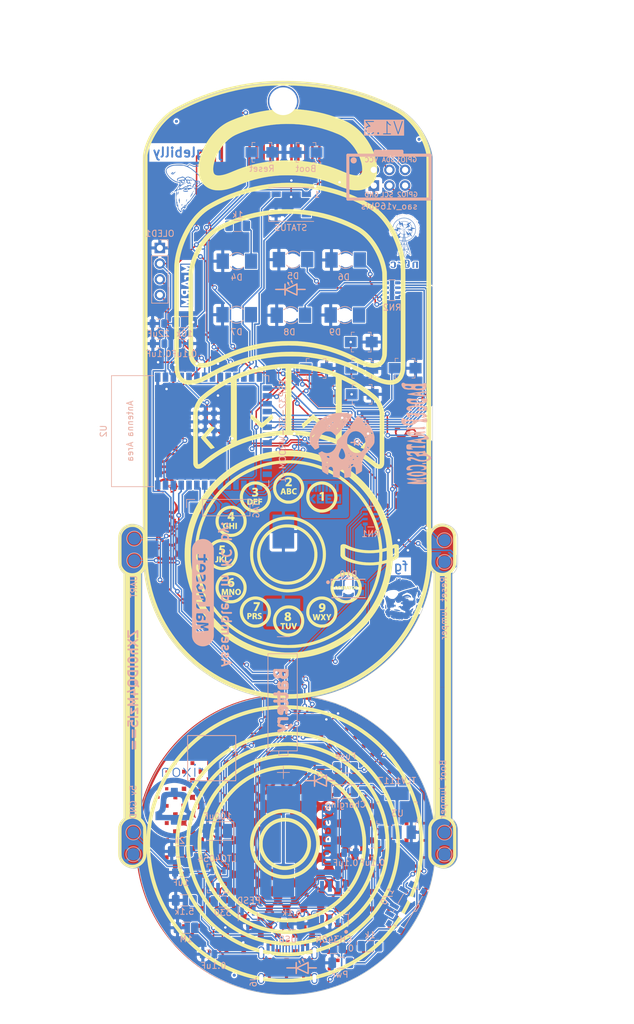
<source format=kicad_pcb>
(kicad_pcb (version 20221018) (generator pcbnew)
  (title_block (title "BSidesKC Badge") (date "2023-08-11") (rev "1.1") (company "BadgePirates") (comment 1 "ESP32-S3 WROOM (WIFI/BTLE)") (comment 2 "USB to Serial Programming") (comment 3 "Lipo Charger / 14500 Battery") (comment 4 "5 Input Buttons"))
  (layers (0 "F.Cu" signal) (31 "B.Cu" signal) (34 "B.Paste" user) (35 "F.Paste" user) (36 "B.SilkS" user "B.Silkscreen") (37 "F.SilkS" user "F.Silkscreen") (38 "B.Mask" user) (39 "F.Mask" user) (44 "Edge.Cuts" user))
  (net 0 "")
  (net 1 "/BATTERY+")
  (net 2 "GND")
  (net 3 "RESET")
  (net 4 "VBUS")
  (net 5 "VCC")
  (net 6 "Net-(U1-V3)")
  (net 7 "+BATT")
  (net 8 "Net-(J6-SHIELD)")
  (net 9 "Net-(D1-A)")
  (net 10 "Net-(D2-K)")
  (net 12 "Net-(D4-A)")
  (net 13 "Net-(D6-RK)")
  (net 14 "Net-(D5-A)")
  (net 15 "Net-(D6-BK)")
  (net 16 "IO18")
  (net 17 "Net-(D7-A)")
  (net 18 "Net-(D8-A)")
  (net 19 "D+")
  (net 20 "D-")
  (net 21 "Net-(D6-GK)")
  (net 22 "Net-(D9-A)")
  (net 23 "IO45")
  (net 24 "IO21")
  (net 25 "TMS")
  (net 26 "TDI")
  (net 27 "TDO")
  (net 28 "TCK")
  (net 29 "USB_RX_ESP_TX")
  (net 30 "USB_TX_ESP_RX")
  (net 31 "Boot")
  (net 32 "Net-(SW2-A)")
  (net 33 "Net-(J6-VBUS-PadA4)")
  (net 34 "Net-(J6-CC1)")
  (net 35 "SCL")
  (net 36 "SDA")
  (net 38 "Net-(J6-CC2)")
  (net 40 "IO15")
  (net 41 "IO05")
  (net 42 "IO04")
  (net 43 "IO03")
  (net 44 "IO10")
  (net 45 "IO14")
  (net 46 "IO13")
  (net 47 "IO12")
  (net 48 "IO11")
  (net 49 "IO46")
  (net 50 "IO37")
  (net 51 "IO36")
  (net 52 "IO35")
  (net 53 "IO38")
  (net 54 "IO16")
  (net 55 "IO17")
  (net 56 "IO08")
  (net 57 "IO09")
  (net 58 "IO47")
  (net 59 "IO48")
  (net 60 "IO02")
  (net 61 "IO01")
  (net 62 "Net-(U4-~{CHRG})")
  (net 63 "Net-(U4-PROG)")
  (net 68 "Net-(D10-A)")
  (footprint "BSidesKC:F.CU_SpeakerText" (layer "F.Cu") (at 53.57 106.77)
    (fp_text reference "G***" hide)
    (fp_text value "LOGO" hide)
  )
  (footprint "BadgePirates:Badgelife-SAOv169-SAO_Side_B.SLK" (layer "F.Cu") (at 116.0398 49.1816)
    (fp_text reference "X1" hide)
    (fp_text value "sao_v169bis")
  )
  (footprint "BadgePiratesLogos:NG_B.Cu" (layer "F.Cu") (at 105.870876 101.016971)
    (fp_text reference "G***" hide)
    (fp_text value "NG_BSilk_B.Cu" hide)
  )
  (footprint "BSidesKC:F.Cu_g4806" (layer "F.Cu") (at 53.58 106.75)
    (fp_text reference "G***" hide)
    (fp_text value "LOGO" hide)
  )
  (footprint "BadgePirates:LED_Osram_Lx_P47F_D2mm_ReverseMount_Proper_Mask Only" (layer "F.Cu") (at 109.205 71.355 180)
    (fp_text reference "D9")
    (fp_text value "LED")
  )
  (footprint "LOGO" (layer "F.Cu") (at 74.434225 130.455417)
    (fp_text reference "G***" hide)
    (fp_text value "LOGO" hide)
  )
  (footprint "BSidesKC:F.Mask_g4808" (layer "F.Cu") (at 53.573634 106.734423)
    (fp_text reference "G***" hide)
    (fp_text value "LOGO" hide)
  )
  (footprint "BadgePirates:LED_Osram_Lx_P47F_D2mm_ReverseMount_Proper_Mask Only" (layer "F.Cu") (at 109.33 62.43 180)
    (fp_text reference "D6")
    (fp_text value "LED")
  )
  (footprint "BadgePiratesLogos:Jiggle_B.Cu" (layer "F.Cu") (at 83.78 50.11)
    (fp_text reference "G***" hide)
    (fp_text value "jigglebilly")
  )
  (footprint "BadgePiratesLogos:LED_Schematic_B.SLK" (layer "F.Cu") (at 100.405 66.905)
    (fp_text reference "G***" hide)
    (fp_text value "LOGO" hide)
  )
  (footprint "BadgePiratesLogos:FG_B.Cu" (layer "F.Cu") (at 118.25862 117.176868)
    (fp_text reference "G***" hide)
    (fp_text value "fg")
  )
  (footprint "BadgePirates:LED_Osram_Lx_P47F_D2mm_ReverseMount_Proper_Mask Only" (layer "F.Cu") (at 100.455 71.38 180)
    (fp_text reference "D8")
    (fp_text value "LED")
  )
  (footprint "LOGO" (layer "F.Cu") (at 74.434225 130.455417)
    (fp_text reference "G***" hide)
    (fp_text value "LOGO" hide)
  )
  (footprint "BadgePiratesLogos:rixon_B.Cu" (layer "F.Cu") (at 81.568283 151.265844)
    (fp_text reference "G***" hide)
    (fp_text value "Rixon" hide)
  )
  (footprint "BadgePiratesLogos:BPSkull_Distressed_B.SILK" (layer "F.Cu") (at 108.754592 92.468772)
    (fp_text reference "G***" hide)
    (fp_text value "BP Logo" hide)
  )
  (footprint "BadgePiratesLogos:BadgePiratesURL_B.SLK" (layer "F.Cu") (at 121.5 90.55 90)
    (fp_text reference "G***" hide)
    (fp_text value "LOGO" hide)
  )
  (footprint "BSidesKC:F.SilkS_g4810" (layer "F.Cu") (at 53.537704 106.772009)
    (fp_text reference "G***" hide)
    (fp_text value "LOGO" hide)
  )
  (footprint "LOGO" (layer "F.Cu") (at 74.434225 130.455417)
    (fp_text reference "G***" hide)
    (fp_text value "LOGO" hide)
  )
  (footprint "BadgePiratesLogos:n0rc_B.SLK" (layer "F.Cu") (at 118.820001 58.605367)
    (fp_text reference "REF**" hide)
    (fp_text value "n0rc_B.CU" hide)
  )
  (footprint "BadgePirates:LED_Osram_Lx_P47F_D2mm_ReverseMount_Proper_Mask Only" (layer "F.Cu") (at 100.805 62.38 180)
    (fp_text reference "D5")
    (fp_text value "LED")
  )
  (footprint "BadgePirates:LED_Osram_Lx_P47F_D2mm_ReverseMount_Proper_Mask Only" (layer "F.Cu") (at 91.705 62.63 180)
    (fp_text reference "D4")
    (fp_text value "LED")
  )
  (footprint "BadgePiratesLogos:LED_Schematic_B.SLK" (layer "F.Cu") (at 102.22 176.88)
    (fp_text reference "G***" hide)
    (fp_text value "LOGO" hide)
  )
  (footprint "BadgePirates:LED_RGB_1210" (layer "F.Cu") (at 109.78 115.68)
    (fp_text reference "D10")
    (fp_text value "LED")
  )
  (footprint "LOGO" (layer "F.Cu") (at 74.434225 130.455417)
    (fp_text reference "G***" hide)
    (fp_text value "LOGO" hide)
  )
  (footprint "BadgePiratesLogos:LED_Schematic_B.SLK" (layer "F.Cu") (at 105.190166 146.533244)
    (fp_text reference "G***" hide)
    (fp_text value "LOGO" hide)
  )
  (footprint "BadgePirates:LED_Osram_Lx_P47F_D2mm_ReverseMount_Proper_Mask Only" (layer "F.Cu") (at 91.669 71.305 180)
    (fp_text reference "D7")
    (fp_text value "LED")
  )
  (footprint "BadgePirates:Hole_4.5mm" (layer "F.Cu") (at 99.205 36.705)
    (fp_text reference "REF**" hide)
    (fp_text value "4.5mm")
  )
  (footprint "Connector_PinHeader_2.54mm:PinHeader_1x04_P2.54mm_Vertical" (layer "B.Cu") (at 84.87 102.58 -90)
    (fp_text reference "J2" hide)
    (fp_text value "JTAG")
  )
  (footprint "Fiducial:Fiducial_0.5mm_Mask1mm" (layer "B.Cu") (at 81.89 39.96 180)
    (fp_text reference "REF**" hide)
    (fp_text value "Fiducial_0.5mm_Mask1mm")
  )
  (footprint "BadgePirates:Switch_Tactile_SMD_B3U-1000P-BPVersion" (layer "B.Cu") (at 95.755 44.98 180)
    (fp_text reference "SW_Reset1" hide)
    (fp_text value "Reset")
  )
  (footprint "BadgePirates:R_1206_3216Metric" (layer "B.Cu") (at 113.28 173.67)
    (fp_text reference "R2" hide)
    (fp_text value "1k")
  )
  (footprint "BadgePirates:Switch_Tactile_SMD_B3U-1000P-BPVersion" (layer "B.Cu") (at 111.94 80.01 180)
    (fp_text reference "SW5" hide)
    (fp_text value "SW_Center")
  )
  (footprint "LED_SMD:LED_WS2812B_PLCC4_5.0x5.0mm_P3.2mm" (layer "B.Cu") (at 100.505 53.43 180)
    (fp_text reference "D3" hide)
    (fp_text value "STATUS")
  )
  (footprint "Package_TO_SOT_SMD:SOT-23" (layer "B.Cu") (at 93.47 168.8975 -90)
    (fp_text reference "D11" hide)
    (fp_text value "PESD")
  )
  (footprint "Fiducial:Fiducial_0.5mm_Mask1mm" (layer "B.Cu") (at 91.27 178.37 180)
    (fp_text reference "REF**" hide)
    (fp_text value "Fiducial_0.5mm_Mask1mm")
  )
  (footprint "BadgePirates:Switch_Tactile_SMD_B3U-1000P-BPVersion" (layer "B.Cu") (at 111.85 75.74 180)
    (fp_text reference "SW6" hide)
    (fp_text value "SW_Up")
  )
  (footprint "BadgePirates:TestPoint_Pad_D2.0mm x2" (layer "B.Cu") (at 75.055 111.13 90)
    (fp_text reference "J1" hide)
    (fp_text value "UART")
  )
  (footprint "BadgePirates:TestPoint_Pad_D2.0mm x2" (layer "B.Cu") (at 74.905 155.23 -90)
    (fp_text reference "J4" hide)
    (fp_text value "5v GND")
  )
  (footprint "BadgePirates:Switch_Tactile_SMD_B3U-1000P-BPVersion" (layer "B.Cu") (at 104.54 80.02 180)
    (fp_text reference "SW4" hide)
    (fp_text value "SW_Right")
  )
  (footprint "BadgePirates:TestPoint_Pad_D2.0mm x2" (layer "B.Cu") (at 125.355 111.3842 90)
    (fp_text reference "J3" hide)
    (fp_text value "Reset Jumper")
  )
  (footprint "Fiducial:Fiducial_0.5mm_Mask1mm" (layer "B.Cu") (at 121.23 42.87 180)
    (fp_text reference "REF**" hide)
    (fp_text value "Fiducial_0.5mm_Mask1mm")
  )
  (footprint "BadgePirates:Switch_Tactile_SMD_B3U-1000P-BPVersion" (layer "B.Cu") (at 112 84.21 180)
    (fp_text reference "SW7" hide)
    (fp_text value "SW_Down")
  )
  (footprint "LED_SMD:LED_1206_3216Metric" (layer "B.Cu") (at 109.33 148.61)
    (fp_text reference "D2" hide)
    (fp_text value "Charging")
  )
  (footprint "BadgePirates:C_0805_2012Metric" (layer "B.Cu") (at 82.6125 161.71 180)
    (fp_text reference "C5" hide)
    (fp_text value "1uF")
  )
  (footprint "Resistor_SMD:R_Array_Convex_4x0603" (layer "B.Cu") (at 116.855 67.33)
    (fp_text reference "RN2")
    (fp_text value "1k_Array" hide)
  )
  (footprint "Connector_PinHeader_2.54mm:PinHeader_1x04_P2.54mm_Vertical" (layer "B.Cu") (at 79.205 60.485 180)
    (fp_text reference "OLED1")
    (fp_text value "OLED")
  )
  (footprint "BadgePirates:C_0805_2012Metric" (layer "B.Cu") (at 113.65 158.46 180)
    (fp_text reference "C3" hide)
    (fp_text value "0.1uF")
  )
  (footprint "BadgePirates:R_1206_3216Metric" (layer "B.Cu") (at 107.38 173.94 180)
    (fp_text reference "R6" hide)
    (fp_text value "0")
  )
  (footprint "BadgePirates:R_1206_3216Metric" (layer "B.Cu") (at 91.83 56.905)
    (fp_text reference "R5" hide)
    (fp_text value "1k")
  )
  (footprint "BadgePirates:Switch_Tactile_SMD_B3U-1000P-BPVersion" (layer "B.Cu") (at 118.96 79.98 180)
    (fp_text reference "SW3" hide)
    (fp_text value "SW_Left")
  )
  (footprint "Resistor_SMD:R_Array_Convex_4x0603" (layer "B.Cu") (at 113.405 104.03)
    (fp_text reference "RN1")
    (fp_text value "1k_Array")
  )
  (footprint "BadgePirates:R_1206_3216Metric" (layer "B.Cu") (at 109.32 144.69)
    (fp_text reference "F1" hide)
    (fp_text value "Fuse")
  )
  (footprint "BadgePirates:Switch_Tactile_SMD_B3U-1000P-BPVersion" (layer "B.Cu") (at 102.905 45.005 180)
    (fp_text reference "SW1" hide)
    (fp_text value "Boot")
  )
  (footprint "BadgePirates:R_1206_3216Metric" (layer "B.Cu") (at 83.18 166.23 180)
    (fp_text reference "R10" hide)
    (fp_text value "5.1k")
  )
  (footprint "BadgePirates:R_1206_3216Metric" (layer "B.Cu") (at 100.62 170.04)
    (fp_text reference "R8" hide)
    (fp_text value "5.1k")
  )
  (footprint "Espressif:ESP32-S3-WROOM-1" (layer "B.Cu") (at 87.115 90.18 -90)
    (fp_text reference "U2")
    (fp_text value "ESP32-S3-WROOM-1")
  )
  (footprint "BadgePirates:SOIC-8-1EP_W3.9mm" (layer "B.Cu") (at 107.405 166.71 180)
    (fp_text reference "U1" hide)
    (fp_text value "CH340N")
  )
  (footprint "BadgePirates:TestPoint_Pad_D2.0mm x2" (layer "B.Cu") (at 125.355 158.78 90)
    (fp_text reference "J5" hide)
    (fp_text value "Boot Jumper")
  )
  (footprint "BadgePirates:C_0805_2012Metric" (layer "B.Cu") (at 78.97 72.73 180)
    (fp_text reference "C7" hide)
    (fp_text value "22uF")
  )
  (footprint "BadgePirates:SW_SPDT_PCM12" (layer "B.Cu") (at 118.844212 167.190962 -120)
    (fp_text reference "1/0")
    (fp_text value "SW_SPDT")
  )
  (footprint "kibuzzard-64E628A6" (layer "B.Cu") (at 86.19 116.36 90)
    (fp_text reference "kibuzzard-64E628A6" hide)
    (fp_text value "G***" hide)
  )
  (footprint "BadgePirates:C_0805_2012Metric" (layer "B.Cu") (at 87.11 174.96 180)
    (fp_text reference "C8" hide)
    (fp_text value "0.1uF")
  )
  (footprint "BadgePirates:C_0805_2012Metric" (layer "B.Cu") (at 110.05 158.5)
    (fp_text reference "C2" hide)
    (fp_text value "0.1uF")
  )
  (footprint "BadgePirates:LTC4054" (layer "B.Cu") (at 88.6425 162.705 180)
    (fp_text reference "U4" hide)
    (fp_text value "LTC4054")
  )
  (footprint "BadgePirates:R_1206_3216Metric" (layer "B.Cu") (at 83.47 170.68 180)
    (fp_text reference "R12" hide)
    (fp_text value "1M")
  )
  (footprint "Capacitor_Tantalum_SMD:CP_EIA-3528-21_Kemet-B_Pad1.50x2.35mm_HandSolder" (layer "B.Cu") (at 88.555 155.005 180)
    (fp_text reference "C4" hide)
    (fp_text value "100uF")
  )
  (footprint "BadgePirates:Battery - 14500" (layer "B.Cu") (at 99.245 134.755 90)
    (fp_text reference "BT1")
    (fp_text value "Battery")
  )
  (footprint "BadgePirates:C_0805_2012Metric" (layer "B.Cu") (at 79.01 75.99 180)
    (fp_text reference "C6" hide)
    (fp_text value "0.1uF")
  )
  (footprint "BadgePirates:R_1206_3216Metric" (layer "B.Cu") (at 108.55 176.36)
    (fp_text reference "D1" hide)
    (fp_text value "Pwr")
  )
  (footprint "BadgePirates:R_1206_3216Metric" (layer "B.Cu") (at 83.22 72.51)
    (fp_text reference "R1" hide)
    (fp_text value "10k")
  )
  (footprint "BadgePirates:C_0805_2012Metric" (layer "B.Cu") (at 83.2 75.98)
    (fp_text reference "C1" hide)
    (fp_text value "0.1uF")
  )
  (footprint "BadgePirates:R_1206_3216Metric" (layer "B.Cu") (at 89.4 166.42 180)
    (fp_text reference "R3" hide)
    (fp_text value "330")
  )
  (footprint "BadgePirates:USB_C_Receptical-Jing" (layer "B.Cu") (at 99.955 174.7425 180)
    (fp_text reference "J6")
    (fp_text value "USB")
  )
  (footprint "BadgePirates:SOT-223" (layer "B.Cu") (at 117.66 152.05 180)
    (fp_text reference "U3")
    (fp_text value "TLV1117")
  )
  (footprint "BadgePirates:R_1206_3216Metric" (layer "B.Cu") (at 82.53 158.305 180)
    (fp_text reference "R4" hide)
    (fp_text value "2k")
  )
  (gr_rect (start 83.71 139.52) (end 91.51 146.85) (stroke (width 0.15)) (fill none) (layer "B.SilkS"))
  (gr_line (start 118.496 172.6195) (end 118.639 172.4415) (stroke (width 0.1)) (layer "Edge.Cuts"))
  (gr_line (start 104.811 133.5055) (end 103.909 133.3315) (stroke (width 0.1)) (layer "Edge.Cuts"))
  (gr_line (start 114.317 128.8252) (end 115.051 128.239) (stroke (width 0.1)) (layer "Edge.Cuts"))
  (gr_line (start 121.703 167.4895) (end 122.019 166.7765) (stroke (width 0.1)) (layer "Edge.Cuts"))
  (gr_line (start 106.865 134.0415) (end 107.7 134.29) (stroke (width 0.1)) (layer "Edge.Cuts"))
  (gr_line (start 81.33 173.1) (end 81.68 173.48) (stroke (width 0.1)) (layer "Edge.Cuts"))
  (gr_line (start 120.932 40.44044) (end 120.52 39.96951) (stroke (width 0.1)) (layer "Edge.Cuts"))
  (gr_line (start 112.778 129.909) (end 113.559 129.3822) (stroke (width 0.1)) (layer "Edge.Cuts"))
  (gr_line (start 82.581 140.0985) (end 82.139 140.5535) (stroke (width 0.1)) (layer "Edge.Cuts"))
  (gr_line (start 84.613 176.2325) (end 85.204 176.6915) (stroke (width 0.1)) (layer "Edge.Cuts"))
  (gr_line (start 73.5587 153.0015) (end 73.3494 153.1855) (stroke (width 0.1)) (layer "Edge.Cuts"))
  (gr_line (start 77.791 42.5796) (end 77.5226 43.1274) (stroke (width 0.1)) (layer "Edge.Cuts"))
  (gr_line (start 119.457 123.3876) (end 119.971 122.598) (stroke (width 0.1)) (layer "Edge.Cuts"))
  (gr_line (start 127.11 106.2944) (end 126.981 106.1222) (stroke (width 0.1)) (layer "Edge.Cuts"))
  (gr_line (start 115.752 175.4775) (end 115.796 175.4375) (stroke (width 0.1)) (layer "Edge.Cuts"))
  (gr_line (start 87.059 177.9605) (end 87.331 178.1265) (stroke (width 0.1)) (layer "Edge.Cuts"))
  (gr_line (start 73.2051 160.2345) (end 73.3494 160.3925) (stroke (width 0.1)) (layer "Edge.Cuts"))
  (gr_line (start 122.312 166.0535) (end 122.581 165.3215) (stroke (width 0.1)) (layer "Edge.Cuts"))
  (gr_line (start 91.336 131.9435) (end 92.22 132.2795) (stroke (width 0.1)) (layer "Edge.Cuts"))
  (gr_line (start 92.517 180.4525) (end 93.296 180.6815) (stroke (width 0.1)) (layer "Edge.Cuts"))
  (gr_line (start 78.791 169.4645) (end 79.177 170.1065) (stroke (width 0.1)) (layer "Edge.Cuts"))
  (gr_line (start 83.598 126.8358) (end 84.269 127.4771) (stroke (width 0.1)) (layer "Edge.Cuts"))
  (gr_line (start 77.7559 167.4745) (end 78.2406 168.4625) (stroke (width 0.1)) (layer "Edge.Cuts"))
  (gr_line (start 127.448 107.0951) (end 127.393 106.8806) (stroke (width 0.1)) (layer "Edge.Cuts"))
  (gr_line (start 73.2051 106.1222) (end 73.0762 106.2944) (stroke (width 0.1)) (layer "Edge.Cuts"))
  (gr_line (start 116.713 139.9555) (end 115.98 139.2615) (stroke (width 0.1)) (layer "Edge.Cuts"))
  (gr_line (start 73.3494 153.1855) (end 73.2051 153.3445) (stroke (width 0.1)) (layer "Edge.Cuts"))
  (gr_line (start 72.7934 112.2537) (end 72.8691 112.4594) (stroke (width 0.1)) (layer "Edge.Cuts"))
  (gr_line (start 82.93 174.7485) (end 83.476 175.2595) (stroke (width 0.1)) (layer "Edge.Cuts"))
  (gr_line (start 91.747 180.1965) (end 92.517 180.4525) (stroke (width 0.1)) (layer "Edge.Cuts"))
  (gr_line (start 127.483 111.8174) (end 127.494 111.5891) (stroke (width 0.1)) (layer "Edge.Cuts"))
  (gr_line (start 123.421 106.2044) (end 123.421 60.092) (stroke (width 0.1)) (layer "Edge.Cuts"))
  (gr_line (start 114.05 176.8525) (end 114.373 176.6105) (stroke (width 0.1)) (layer "Edge.Cuts"))
  (gr_line (start 94.797 33.97827) (end 93.681 34.13856) (stroke (width 0.1)) (layer "Edge.Cuts"))
  (gr_line (start 124.983 105.3179) (end 124.761 105.3521) (stroke (width 0.1)) (layer "Edge.Cuts"))
  (gr_line (start 127.393 154.1025) (end 127.317 153.8965) (stroke (width 0.1)) (layer "Edge.Cuts"))
  (gr_line (start 80.996 38.72052) (end 80.503 39.11418) (stroke (width 0.1)) (layer "Edge.Cuts"))
  (gr_line (start 78.773 169.4335) (end 78.791 169.4645) (stroke (width 0.1)) (layer "Edge.Cuts"))
  (gr_line (start 99.734 181.5545) (end 100.861 181.5285) (stroke (width 0.1)) (layer "Edge.Cuts"))
  (gr_line (start 123.541 161.6805) (end 123.642 161.0835) (stroke (width 0.1)) (layer "Edge.Cuts"))
  (gr_line (start 121.508 146.6435) (end 121.51 146.6435) (stroke (width 0.1)) (layer "Edge.Cuts"))
  (gr_line (start 81.742 124.7598) (end 82.333 125.4764) (stroke (width 0.1)) (layer "Edge.Cuts"))
  (gr_line (start 74.4805 105.3521) (end 74.2661 105.4076) (stroke (width 0.1)) (layer "Edge.Cuts"))
  (gr_line (start 72.7934 154.1025) (end 72.7379 154.3165) (stroke (width 0.1)) (layer "Edge.Cuts"))
  (gr_line (start 127.483 154.5395) (end 127.448 154.3175) (stroke (width 0.1)) (layer "Edge.Cuts"))
  (gr_line (start 106.62 34.27085) (end 105.41 34.09089) (stroke (width 0.1)) (layer "Edge.Cuts"))
  (gr_line (start 123.369 112.6779) (end 123.369 112.6778) (stroke (width 0.1)) (layer "Edge.Cuts"))
  (gr_line (start 74.9746 105.3063) (end 74.9307 105.3063) (stroke (width 0.1)) (layer "Edge.Cuts"))
  (gr_line (start 92.393 134.0995) (end 91.538 134.3895) (stroke (width 0.1)) (layer "Edge.Cuts"))
  (gr_line (start 122.005 41.9623) (end 121.675 41.44041) (stroke (width 0.1)) (layer "Edge.Cuts"))
  (gr_line (start 72.9638 112.6551) (end 73.0762 112.8397) (stroke (width 0.1)) (layer "Edge.Cuts"))
  (gr_line (start 115.928 37.00173) (end 114.813 36.52955) (stroke (width 0.1)) (layer "Edge.Cuts"))
  (gr_line (start 79.668 121.6671) (end 80.141 122.4726) (stroke (width 0.1)) (layer "Edge.Cuts"))
  (gr_line (start 72.6921 111.5891) (end 72.7037 111.8174) (stroke (width 0.1)) (layer "Edge.Cuts"))
  (gr_line (start 123.961 105.6904) (end 123.788 105.8193) (stroke (width 0.1)) (layer "Edge.Cuts"))
  (gr_line (start 115.219 138.5965) (end 114.43 137.9645) (stroke (width 0.1)) (layer "Edge.Cuts"))
  (gr_line (start 127.223 159.8775) (end 127.317 159.6815) (stroke (width 0.1)) (layer "Edge.Cuts"))
  (gr_line (start 105.708 133.7145) (end 105.706 133.7145) (stroke (width 0.1)) (layer "Edge.Cuts"))
  (gr_line (start 98.915 181.5405) (end 99.734 181.5545) (stroke (width 0.1)) (layer "Edge.Cuts"))
  (gr_line (start 89.047 135.4475) (end 88.244 135.8625) (stroke (width 0.1)) (layer "Edge.Cuts"))
  (gr_line (start 124.547 105.4076) (end 124.341 105.4833) (stroke (width 0.1)) (layer "Edge.Cuts"))
  (gr_line (start 119.788 170.8825) (end 120.215 170.2295) (stroke (width 0.1)) (layer "Edge.Cuts"))
  (gr_line (start 75.2029 105.3179) (end 74.9746 105.3063) (stroke (width 0.1)) (layer "Edge.Cuts"))
  (gr_line (start 127.393 112.2538) (end 127.448 112.0393) (stroke (width 0.1)) (layer "Edge.Cuts"))
  (gr_line (start 85.068 36.61123) (end 84.047 37.06159) (stroke (width 0.1)) (layer "Edge.Cuts"))
  (gr_line (start 122.626 165.1955) (end 122.626 165.1945) (stroke (width 0.1)) (layer "Edge.Cuts"))
  (gr_line (start 103.909 133.3315) (end 104.87 133.1535) (stroke (width 0.1)) (layer "Edge.Cuts"))
  (gr_line (start 72.7379 112.0393) (end 72.7934 112.2537) (stroke (width 0.1)) (layer "Edge.Cuts"))
  (gr_line (start 72.9638 106.479) (end 72.8691 106.6748) (stroke (width 0.1)) (layer "Edge.Cuts"))
  (gr_line (start 72.7379 154.3165) (end 72.7037 154.5395) (stroke (width 0.1)) (layer "Edge.Cuts"))
  (gr_line (start 122.574 43.0303) (end 122.305 42.4934) (stroke (width 0.1)) (layer "Edge.Cuts"))
  (gr_line (start 76.7492 149.5585) (end 76.5304 150.2525) (stroke (width 0.1)) (layer "Edge.Cuts"))
  (gr_line (start 98.099 181.4995) (end 98.915 181.5405) (stroke (width 0.1)) (layer "Edge.Cuts"))
  (gr_line (start 126.628 153.0015) (end 126.628 113.3549) (stroke (width 0.1)) (layer "Edge.Cuts"))
  (gr_line (start 75.845 105.4833) (end 75.6393 105.4076) (stroke (width 0.1)) (layer "Edge.Cuts"))
  (gr_line (start 81.14 172.87) (end 81.33 173.1) (stroke (width 0.1)) (layer "Edge.Cuts"))
  (gr_line (start 81.887 173.6765) (end 82.401 174.2205) (stroke (width 0.1)) (layer "Edge.Cuts"))
  (gr_line (start 73.0762 112.8397) (end 73.2051 113.0118) (stroke (width 0.1)) (layer "Edge.Cuts"))
  (gr_line (start 108.851 179.7745) (end 109.458 179.5165) (stroke (width 0.1)) (layer "Edge.Cuts"))
  (gr_line (start 106.35 180.6355) (end 106.985 180.4455) (stroke (width 0.1)) (layer "Edge.Cuts"))
  (gr_line (start 76.9273 165.4435) (end 77.318 166.4675) (stroke (width 0.1)) (layer "Edge.Cuts"))
  (gr_line (start 76.2887 163.3455) (end 76.5841 164.4025) (stroke (width 0.1)) (layer "Edge.Cuts"))
  (gr_line (start 119.342 143.0215) (end 118.733 142.2145) (stroke (width 0.1)) (layer "Edge.Cuts"))
  (gr_line (start 72.9637 159.8775) (end 73.0761 160.0625) (stroke (width 0.1)) (layer "Edge.Cuts"))
  (gr_line (start 103.106 181.3195) (end 104.218 181.1365) (stroke (width 0.1)) (layer "Edge.Cuts"))
  (gr_line (start 78.818 119.9965) (end 79.227 120.8415) (stroke (width 0.1)) (layer "Edge.Cuts"))
  (gr_line (start 82.333 125.4764) (end 82.952 126.1687) (stroke (width 0.1)) (layer "Edge.Cuts"))
  (gr_line (start 119.622 39.10564) (end 119.137 38.72064) (stroke (width 0.1)) (layer "Edge.Cuts"))
  (gr_line (start 118.09 141.4335) (end 117.417 140.6805) (stroke (width 0.1)) (layer "Edge.Cuts"))
  (gr_line (start 109.458 179.5165) (end 110.059 179.2425) (stroke (width 0.1)) (layer "Edge.Cuts"))
  (gr_line (start 109.017 34.73498) (end 107.823 34.48536) (stroke (width 0.1)) (layer "Edge.Cuts"))
  (gr_line (start 100.861 181.5285) (end 101.986 181.4495) (stroke (width 0.1)) (layer "Edge.Cuts"))
  (gr_line (start 73.6801 105.6904) (end 73.508 105.8193) (stroke (width 0.1)) (layer "Edge.Cuts"))
  (gr_line (start 108.64 134.67) (end 109.35 134.94) (stroke (width 0.1)) (layer "Edge.Cuts"))
  (gr_line (start 77.2508 148.1885) (end 76.9893 148.8705) (stroke (width 0.1)) (layer "Edge.Cuts"))
  (gr_line (start 126.678 105.8193) (end 126.506 105.6904) (stroke (width 0.1)) (layer "Edge.Cuts"))
  (gr_line (start 123.369 112.6778) (end 123.486 112.8306) (stroke (width 0.1)) (layer "Edge.Cuts"))
  (gr_line (start 125.255 105.3063) (end 125.212 105.3063) (stroke (width 0.1)) (layer "Edge.Cuts"))
  (gr_line (start 120.52 39.96951) (end 120.083 39.52325) (stroke (width 0.1)) (layer "Edge.Cuts"))
  (gr_line (start 76.333 150.9515) (end 76.333 113.1568) (stroke (width 0.1)) (layer "Edge.Cuts"))
  (gr_line (start 104.405 181.1005) (end 104.406 181.1005) (stroke (width 0.1)) (layer "Edge.Cuts"))
  (gr_line (start 97.042 33.76239) (end 95.918 33.85271) (stroke (width 0.1)) (layer "Edge.Cuts"))
  (gr_line (start 123.421 45.7316) (end 123.421 45.7042) (stroke (width 0.1)) (layer "Edge.Cuts"))
  (gr_line (start 88.039 178.5345) (end 88.759 178.9175) (stroke (width 0.1)) (layer "Edge.Cuts"))
  (gr_line (start 90.376 34.82284) (end 89.291 35.11707) (stroke (width 0.1)) (layer "Edge.Cuts"))
  (gr_line (start 74.266 160.9485) (end 74.4805 161.0045) (stroke (width 0.1)) (layer "Edge.Cuts"))
  (gr_line (start 77.5226 43.1274) (end 77.2877 43.6767) (stroke (width 0.1)) (layer "Edge.Cuts"))
  (gr_line (start 127.393 106.8806) (end 127.317 106.6748) (stroke (width 0.1)) (layer "Edge.Cuts"))
  (gr_line (start 87.196 129.766) (end 87.984 130.265) (stroke (width 0.1)) (layer "Edge.Cuts"))
  (gr_line (start 121.51 146.6435) (end 121.509 146.6425) (stroke (width 0.1)) (layer "Edge.Cuts"))
  (gr_line (start 122.626 165.1935) (end 122.816 164.6175) (stroke (width 0.1)) (layer "Edge.Cuts"))
  (gr_line (start 111.976 130.4048) (end 112.778 129.909) (stroke (width 0.1)) (layer "Edge.Cuts"))
  (gr_line (start 122.816 164.6175) (end 122.991 164.0365) (stroke (width 0.1)) (layer "Edge.Cuts"))
  (gr_line (start 119.787 170.8845) (end 119.788 170.8825) (stroke (width 0.1)) (layer "Edge.Cuts"))
  (gr_line (start 105.708 180.8075) (end 106.35 180.6355) (stroke (width 0.1)) (layer "Edge.Cuts"))
  (gr_line (start 127.483 107.3171) (end 127.448 107.0951) (stroke (width 0.1)) (layer "Edge.Cuts"))
  (gr_line (start 83.041 37.54166) (end 82.052 38.05096) (stroke (width 0.1)) (layer "Edge.Cuts"))
  (gr_line (start 124.404 160.8985) (end 124.596 160.9635) (stroke (width 0.1)) (layer "Edge.Cuts"))
  (gr_line (start 127.317 159.6815) (end 127.393 159.4755) (stroke (width 0.1)) (layer "Edge.Cuts"))
  (gr_line (start 123.505 152.705) (end 123.555 153.13) (stroke (width 0.1)) (layer "Edge.Cuts"))
  (gr_line (start 127.448 112.0393) (end 127.483 111.8174) (stroke (width 0.1)) (layer "Edge.Cuts"))
  (gr_line (start 104.219 181.1365) (end 104.405 181.1005) (stroke (width 0.1)) (layer "Edge.Cuts"))
  (gr_line (start 82.952 126.1687) (end 83.598 126.8358) (stroke (width 0.1)) (layer "Edge.Cuts"))
  (gr_line (start 117.203 174.0815) (end 117.865 173.3625) (stroke (width 0.1)) (layer "Edge.Cuts"))
  (gr_line (start 88.217 35.44352) (end 87.155 35.8017) (stroke (width 0.1)) (layer "Edge.Cuts"))
  (gr_line (start 124.795 161.0115) (end 125.001 161.0405) (stroke (width 0.1)) (layer "Edge.Cuts"))
  (gr_line (start 127.11 153.5165) (end 126.981 153.3445) (stroke (width 0.1)) (layer "Edge.Cuts"))
  (gr_line (start 126.322 105.578) (end 126.126 105.4833) (stroke (width 0.1)) (layer "Edge.Cuts"))
  (gr_line (start 73.8646 160.7785) (end 74.0603 160.8735) (stroke (width 0.1)) (layer "Edge.Cuts"))
  (gr_line (start 110.059 179.2425) (end 110.653 178.9505) (stroke (width 0.1)) (layer "Edge.Cuts"))
  (gr_line (start 119.203 171.7075) (end 119.735 170.9605) (stroke (width 0.1)) (layer "Edge.Cuts"))
  (gr_line (start 76.2253 105.6904) (end 76.0407 105.578) (stroke (width 0.1)) (layer "Edge.Cuts"))
  (gr_line (start 89.49 179.2755) (end 90.233 179.6085) (stroke (width 0.1)) (layer "Edge.Cuts"))
  (gr_line (start 81.711 141.0175) (end 81.296 141.4915) (stroke (width 0.1)) (layer "Edge.Cuts"))
  (gr_line (start 115.796 175.4375) (end 115.797 175.4375) (stroke (width 0.1)) (layer "Edge.Cuts"))
  (gr_line (start 81.513 38.36471) (end 80.996 38.72052) (stroke (width 0.1)) (layer "Edge.Cuts"))
  (gr_line (start 127.483 159.0395) (end 127.494 158.8115) (stroke (width 0.1)) (layer "Edge.Cuts"))
  (gr_line (start 112.777 136.7995) (end 111.913 136.2685) (stroke (width 0.1)) (layer "Edge.Cuts"))
  (gr_line (start 123.417 45.6768) (end 123.32 45.1643) (stroke (width 0.1)) (layer "Edge.Cuts"))
  (gr_line (start 82.401 174.2205) (end 82.93 174.7485) (stroke (width 0.1)) (layer "Edge.Cuts"))
  (gr_line (start 94.135 133.6175) (end 93.259 133.8415) (stroke (width 0.1)) (layer "Edge.Cuts"))
  (gr_line (start 122.626 165.1945) (end 122.626 165.1935) (stroke (width 0.1)) (layer "Edge.Cuts"))
  (gr_line (start 123.085 114.6242) (end 123.247 113.6575) (stroke (width 0.1)) (layer "Edge.Cuts"))
  (gr_line (start 125.705 105.3521) (end 125.483 105.3179) (stroke (width 0.1)) (layer "Edge.Cuts"))
  (gr_line (start 76.6869 112.8136) (end 76.8162 112.6411) (stroke (width 0.1)) (layer "Edge.Cuts"))
  (gr_line (start 118.912 124.1547) (end 119.457 123.3876) (stroke (width 0.1)) (layer "Edge.Cuts"))
  (gr_line (start 123.788 105.8193) (end 123.63 105.9636) (stroke (width 0.1)) (layer "Edge.Cuts"))
  (gr_line (start 105.817 132.9355) (end 106.749 132.6815) (stroke (width 0.1)) (layer "Edge.Cuts"))
  (gr_line (start 96.478 181.3345) (end 97.287 181.4305) (stroke (width 0.1)) (layer "Edge.Cuts"))
  (gr_line (start 75.4249 105.3521) (end 75.2029 105.3179) (stroke (width 0.1)) (layer "Edge.Cuts"))
  (gr_line (start 98.17 33.70781) (end 97.042 33.76239) (stroke (width 0.1)) (layer "Edge.Cuts"))
  (gr_line (start 127.448 154.3175) (end 127.393 154.1025) (stroke (width 0.1)) (layer "Edge.Cuts"))
  (gr_line (start 120.966 145.5905) (end 120.46 144.7105) (stroke (width 0.1)) (layer "Edge.Cuts"))
  (gr_line (start 126.837 160.3925) (end 126.981 160.2345) (stroke (width 0.1)) (layer "Edge.Cuts"))
  (gr_line (start 118.102 38.06439) (end 118.101 38.06388) (stroke (width 0.1)) (layer "Edge.Cuts"))
  (gr_line (start 126.126 160.8735) (end 126.321 160.7785) (stroke (width 0.1)) (layer "Edge.Cuts"))
  (gr_line (start 127.494 107.5454) (end 127.483 107.3171) (stroke (width 0.1)) (layer "Edge.Cuts"))
  (gr_line (start 85.204 176.6915) (end 85.808 177.1335) (stroke (width 0.1)) (layer "Edge.Cuts"))
  (gr_line (start 123.727 160.4835) (end 123.881 160.6085) (stroke (width 0.1)) (layer "Edge.Cuts"))
  (gr_line (start 110.653 178.9505) (end 111.238 178.6425) (stroke (width 0.1)) (layer "Edge.Cuts"))
  (gr_line (start 118.733 142.2145) (end 118.09 141.4335) (stroke (width 0.1)) (layer "Edge.Cuts"))
  (gr_line (start 123.881 160.6085) (end 124.045 160.7205) (stroke (width 0.1)) (layer "Edge.Cuts"))
  (gr_line (start 73.8647 105.578) (end 73.6801 105.6904) (stroke (width 0.1)) (layer "Edge.Cuts"))
  (gr_line (start 127.317 112.4594) (end 127.393 112.2538) (stroke (width 0.1)) (layer "Edge.Cuts"))
  (gr_line (start 83.035 139.6535) (end 83.035 139.6545) (stroke (width 0.1)) (layer "Edge.Cuts"))
  (gr_line (start 77.7946 117.3541) (end 78.101 118.2521) (stroke (width 0.1)) (layer "Edge.Cuts"))
  (gr_line (start 74.98 161.055) (end 74.68 161.03) (stroke (width 0.1)) (layer "Edge.Cuts"))
  (gr_line (start 122.055 118.3437) (end 122.368 117.4376) (stroke (width 0.1)) (layer "Edge.Cuts"))
  (gr_line (start 72.8691 153.8965) (end 72.7934 154.1025) (stroke (width 0.1)) (layer "Edge.Cuts"))
  (gr_line (start 111.375 35.34181) (end 110.202 35.02027) (stroke (width 0.1)) (layer "Edge.Cuts"))
  (gr_line (start 78.7659 145.0705) (end 78.4591 145.6185) (stroke (width 0.1)) (layer "Edge.Cuts"))
  (gr_line (start 123.555 153.13) (end 123.83 152.93) (stroke (width 0.1)) (layer "Edge.Cuts"))
  (gr_line (start 72.8691 112.4594) (end 72.9638 112.6551) (stroke (width 0.1)) (layer "Edge.Cuts"))
  (gr_line (start 119.971 122.598) (end 120.454 121.7868) (stroke (width 0.1)) (layer "Edge.Cuts"))
  (gr_line (start 117.417 140.6805) (end 116.713 139.9555) (stroke (width 0.1)) (layer "Edge.Cuts"))
  (gr_line (start 74.0604 105.4833) (end 73.8647 105.578) (stroke (width 0.1)) (layer "Edge.Cuts"))
  (gr_line (start 76.7078 45.8381) (end 76.7078 45.8613) (stroke (width 0.1)) (layer "Edge.Cuts"))
  (gr_line (start 105.06 180.9625) (end 105.708 180.8075) (stroke (width 0.1)) (layer "Edge.Cuts"))
  (gr_line (start 77.2877 43.6767) (end 77.0877 44.2238) (stroke (width 0.1)) (layer "Edge.Cuts"))
  (gr_line (start 115.051 128.239) (end 115.761 127.6243) (stroke (width 0.1)) (layer "Edge.Cuts"))
  (gr_line (start 83.035 139.6545) (end 82.581 140.0985) (stroke (width 0.1)) (layer "Edge.Cuts"))
  (gr_line (start 73.3494 160.3925) (end 73.5079 160.5375) (stroke (width 0.1)) (layer "Edge.Cuts"))
  (gr_line (start 127.494 158.8115) (end 127.494 154.7675) (stroke (width 0.1)) (layer "Edge.Cuts"))
  (gr_line (start 88.793 130.7332) (end 89.622 131.1696) (stroke (width 0.1)) (layer "Edge.Cuts"))
  (gr_line (start 119.736 170.9595) (end 119.787 170.8855) (stroke (width 0.1)) (layer "Edge.Cuts"))
  (gr_line (start 126.506 160.6665) (end 126.678 160.5375) (stroke (width 0.1)) (layer "Edge.Cuts"))
  (gr_line (start 73.2051 113.0118) (end 73.3494 113.1704) (stroke (width 0.1)) (layer "Edge.Cuts"))
  (gr_line (start 93.12 132.5815) (end 94.037 132.8465) (stroke (width 0.1)) (layer "Edge.Cuts"))
  (gr_line (start 104.218 181.1365) (end 104.219 181.1365) (stroke (width 0.1)) (layer "Edge.Cuts"))
  (gr_line (start 77.318 166.4675) (end 77.7559 167.4745) (stroke (width 0.1)) (layer "Edge.Cuts"))
  (gr_line (start 72.6921 154.7675) (end 72.6921 158.8105) (stroke (width 0.1)) (layer "Edge.Cuts"))
  (gr_line (start 119.735 170.9605) (end 119.736 170.9595) (stroke (width 0.1)) (layer "Edge.Cuts"))
  (gr_line (start 124.341 105.4833) (end 124.145 105.578) (stroke (width 0.1)) (layer "Edge.Cuts"))
  (gr_line (start 122.195 148.1955) (end 121.866 147.4155) (stroke (width 0.1)) (layer "Edge.Cuts"))
  (gr_line (start 83.037 139.6515) (end 83.035 139.6535) (stroke (width 0.1)) (layer "Edge.Cuts"))
  (gr_line (start 123.151 163.4525) (end 123.296 162.8655) (stroke (width 0.1)) (layer "Edge.Cuts"))
  (gr_line (start 118.63 38.37224) (end 118.102 38.06439) (stroke (width 0.1)) (layer "Edge.Cuts"))
  (gr_line (start 126.837 105.9636) (end 126.678 105.8193) (stroke (width 0.1)) (layer "Edge.Cuts"))
  (gr_line (start 121.003 168.8835) (end 121.365 168.1925) (stroke (width 0.1)) (layer "Edge.Cuts"))
  (gr_line (start 123.83 152.93) (end 123.826 152.8035) (stroke (width 0.1)) (layer "Edge.Cuts"))
  (gr_line (start 94.968 133.0745) (end 95.914 133.2655) (stroke (width 0.1)) (layer "Edge.Cuts"))
  (gr_line (start 121.675 41.44041) (end 121.317 40.93207) (stroke (width 0.1)) (layer "Edge.Cuts"))
  (gr_line (start 72.6921 158.8105) (end 72.7037 159.0395) (stroke (width 0.1)) (layer "Edge.Cuts"))
  (gr_line (start 79.227 120.8415) (end 79.668 121.6671) (stroke (width 0.1)) (layer "Edge.Cuts"))
  (gr_line (start 123.32 45.1643) (end 123.186 44.6398) (stroke (width 0.1)) (layer "Edge.Cuts"))
  (gr_line (start 127.11 160.0625) (end 127.223 159.8775) (stroke (width 0.1)) (layer "Edge.Cuts"))
  (gr_line (start 83.476 175.2595) (end 84.037 175.7545) (stroke (width 0.1)) (layer "Edge.Cuts"))
  (gr_line (start 80.007 171.3515) (end 80.39 171.89) (stroke (width 0.1)) (layer "Edge.Cuts"))
  (gr_line (start 123.224 151.3955) (end 123.01 150.5845) (stroke (width 0.1)) (layer "Edge.Cuts"))
  (gr_line (start 123.486 112.8306) (end 123.616 112.9724) (stroke (width 0.1)) (layer "Edge.Cuts"))
  (gr_line (start 84.469 138.3905) (end 83.768 138.9835) (stroke (width 0.1)) (layer "Edge.Cuts"))
  (gr_line (start 84.037 175.7545) (end 84.613 176.2325) (stroke (width 0.1)) (layer "Edge.Cuts"))
  (gr_line (start 123.63 105.9636) (end 123.421 106.2044) (stroke (width 0.1)) (layer "Edge.Cuts"))
  (gr_line (start 125.92 105.4076) (end 125.705 105.3521) (stroke (width 0.1)) (layer "Edge.Cuts"))
  (gr_line (start 124.145 105.578) (end 123.961 105.6904) (stroke (width 0.1)) (layer "Edge.Cuts"))
  (gr_line (start 105.41 34.09089) (end 104.194 33.94492) (stroke (width 0.1)) (layer "Edge.Cuts"))
  (gr_line (start 80.894 141.9745) (end 80.506 142.4675) (stroke (width 0.1)) (layer "Edge.Cuts"))
  (gr_line (start 77.8872 146.7385) (end 77.6224 147.3115) (stroke (width 0.1)) (layer "Edge.Cuts"))
  (gr_line (start 125.001 161.0405) (end 125.212 161.0505) (stroke (width 0.1)) (layer "Edge.Cuts"))
  (gr_line (start 127.223 153.7005) (end 127.11 153.5165) (stroke (width 0.1)) (layer "Edge.Cuts"))
  (gr_line (start 73.0761 153.5165) (end 72.9637 153.7005) (stroke (width 0.1)) (layer "Edge.Cuts"))
  (gr_line (start 73.0761 160.0625) (end 73.2051 160.2345) (stroke (width 0.1)) (layer "Edge.Cuts"))
  (gr_line (start 126.678 160.5375) (end 126.837 160.3925) (stroke (width 0.1)) (layer "Edge.Cuts"))
  (gr_line (start 126.981 113.0119) (end 127.11 112.8397) (stroke (width 0.1)) (layer "Edge.Cuts"))
  (gr_line (start 85.686 128.6784) (end 86.43 129.2368) (stroke (width 0.1)) (layer "Edge.Cuts"))
  (gr_line (start 86.43 129.2368) (end 87.196 129.766) (stroke (width 0.1)) (layer "Edge.Cuts"))
  (gr_line (start 87.456 136.3085) (end 86.683 136.7845) (stroke (width 0.1)) (layer "Edge.Cuts"))
  (gr_line (start 127.223 112.6552) (end 127.317 112.4594) (stroke (width 0.1)) (layer "Edge.Cuts"))
  (gr_line (start 85.189 137.8255) (end 84.469 138.3905) (stroke (width 0.1)) (layer "Edge.Cuts"))
  (gr_line (start 77.2899 115.5111) (end 77.5239 116.4402) (stroke (width 0.1)) (layer "Edge.Cuts"))
  (gr_line (start 124.596 160.9635) (end 124.795 161.0115) (stroke (width 0.1)) (layer "Edge.Cuts"))
  (gr_line (start 85.808 177.1335) (end 86.427 177.5565) (stroke (width 0.1)) (layer "Edge.Cuts"))
  (gr_line (start 118.101 38.06388) (end 117.024 37.51298) (stroke (width 0.1)) (layer "Edge.Cuts"))
  (gr_line (start 101.751 33.75263) (end 100.526 33.70519) (stroke (width 0.1)) (layer "Edge.Cuts"))
  (gr_line (start 76.0407 105.578) (end 75.845 105.4833) (stroke (width 0.1)) (layer "Edge.Cuts"))
  (gr_line (start 123.41 152.2145) (end 123.224 151.3955) (stroke (width 0.1)) (layer "Edge.Cuts"))
  (gr_line (start 85.928 137.2895) (end 85.189 137.8255) (stroke (width 0.1)) (layer "Edge.Cuts"))
  (gr_line (start 76.9352 113.6108) (end 77.0934 114.5677) (stroke (width 0.1)) (layer "Edge.Cuts"))
  (gr_line (start 80.503 39.11418) (end 80.034 39.54151) (stroke (width 0.1)) (layer "Edge.Cuts"))
  (gr_line (start 81.68 173.48) (end 81.887 173.6765) (stroke (width 0.1)) (layer "Edge.Cuts"))
  (gr_line (start 99.3 33.68947) (end 98.17 33.70781) (stroke (width 0.1)) (layer "Edge.Cuts"))
  (gr_line (start 75.7973 160.8915) (end 75.58 160.98) (stroke (width 0.1)) (layer "Edge.Cuts"))
  (gr_line (start 126.837 153.1855) (end 126.628 153.0015) (stroke (width 0.1)) (layer "Edge.Cuts"))
  (gr_line (start 73.508 105.8193) (end 73.3494 105.9636) (stroke (width 0.1)) (layer "Edge.Cuts"))
  (gr_line (start 126.126 105.4833) (end 125.92 105.4076) (stroke (width 0.1)) (layer "Edge.Cuts"))
  (gr_line (start 125.255 161.0505) (end 125.483 161.0385) (stroke (width 0.1)) (layer "Edge.Cuts"))
  (gr_line (start 78.101 118.2521) (end 78.4425 119.1331) (stroke (width 0.1)) (layer "Edge.Cuts"))
  (gr_line (start 80.72 172.34) (end 81.14 172.87) (stroke (width 0.1)) (layer "Edge.Cuts"))
  (gr_line (start 123.826 113.1568) (end 123.826 152.8035) (stroke (width 0.1)) (layer "Edge.Cuts"))
  (gr_line (start 114.43 137.9645) (end 113.616 137.3645) (stroke (width 0.1)) (layer "Edge.Cuts"))
  (gr_line (start 86.105 36.1911) (end 85.068 36.61123) (stroke (width 0.1)) (layer "Edge.Cuts"))
  (gr_line (start 120.905 120.955) (end 121.322 120.1032) (stroke (width 0.1)) (layer "Edge.Cuts"))
  (gr_line (start 127.494 111.5891) (end 127.494 107.5454) (stroke (width 0.1)) (layer "Edge.Cuts"))
  (gr_line (start 76.5559 105.9636) (end 76.3974 105.8193) (stroke (width 0.1)) (layer "Edge.Cuts"))
  (gr_line (start 79.087 144.5325) (end 78.7659 145.0705) (stroke (width 0.1)) (layer "Edge.Cuts"))
  (gr_line (start 123.41 152.2145) (end 123.505 152.705) (stroke (width 0.1)) (layer "Edge.Cuts"))
  (gr_line (start 78.0916 42.037) (end 77.791 42.5796) (stroke (width 0.1)) (layer "Edge.Cuts"))
  (gr_line (start 82.139 140.5535) (end 81.711 141.0175) (stroke (width 0.1)) (layer "Edge.Cuts"))
  (gr_line (start 79.177 170.1065) (end 79.582 170.7355) (stroke (width 0.1)) (layer "Edge.Cuts"))
  (gr_line (start 95.918 33.85271) (end 94.797 33.97827) (stroke (width 0.1)) (layer "Edge.Cuts"))
  (gr_line (start 90.47 131.5734) (end 91.336 131.9435) (stroke (width 0.1)) (layer "Edge.Cuts"))
  (gr_line (start 100.526 33.70519) (end 99.3 33.68947) (stroke (width 0.1)) (layer "Edge.Cuts"))
  (gr_line (start 125.705 161.0045) (end 125.92 160.9485) (stroke (width 0.1)) (layer "Edge.Cuts"))
  (gr_line (start 115.072 176.0565) (end 115.752 175.4775) (stroke (width 0.1)) (layer "Edge.Cuts"))
  (gr_line (start 74.4805 161.0045) (end 74.68 161.03) (stroke (width 0.1)) (layer "Edge.Cuts"))
  (gr_line (start 111.238 178.6425) (end 111.817 178.3175) (stroke (width 0.1)) (layer "Edge.Cuts"))
  (gr_line (start 84.047 37.06159) (end 83.041 37.54166) (stroke (width 0.1)) (layer "Edge.Cuts"))
  (gr_line (start 73.5587 113.3549) (end 73.5587 153.0015) (stroke (width 0.1)) (layer "Edge.Cuts"))
  (gr_line (start 110.202 35.02027) (end 109.017 34.73498) (stroke (width 0.1)) (layer "Edge.Cuts"))
  (gr_line (start 123.296 162.8655) (end 123.426 162.2745) (stroke (width 0.1)) (layer "Edge.Cuts"))
  (gr_line (start 97.287 181.4305) (end 98.099 181.4995) (stroke (width 0.1)) (layer "Edge.Cuts"))
  (gr_line (start 72.7934 159.4755) (end 72.8691 159.6815) (stroke (width 0.1)) (layer "Edge.Cuts"))
  (gr_line (start 123.01 150.5845) (end 122.767 149.7805) (stroke (width 0.1)) (layer "Edge.Cuts"))
  (gr_line (start 73.6801 160.6665) (end 73.8646 160.7785) (stroke (width 0.1)) (layer "Edge.Cuts"))
  (gr_line (start 76.8161 112.6411) (end 76.9352 113.6108) (stroke (width 0.1)) (layer "Edge.Cuts"))
  (gr_line (start 101.986 181.4495) (end 103.106 181.3195) (stroke (width 0.1)) (layer "Edge.Cuts"))
  (gr_line (start 112.535 35.70016) (end 111.375 35.34181) (stroke (width 0.1)) (layer "Edge.Cuts"))
  (gr_line (start 72.6921 107.5454) (end 72.6921 111.5891) (stroke (width 0.1)) (layer "Edge.Cuts"))
  (gr_line (start 116.513 174.7735) (end 117.203 174.0815) (stroke (width 0.1)) (layer "Edge.Cuts"))
  (gr_line (start 126.321 160.7785) (end 126.506 160.6665) (stroke (width 0.1)) (layer "Edge.Cuts"))
  (gr_line (start 110.1 135.33) (end 109.35 134.94) (stroke (width 0.1)) (layer "Edge.Cuts"))
  (gr_line (start 76.9239 44.765) (end 76.7979 45.2966) (stroke (width 0.1)) (layer "Edge.Cuts"))
  (gr_line (start 108.236 180.0155) (end 108.851 179.7745) (stroke (width 0.1)) (layer "Edge.Cuts"))
  (gr_line (start 120.46 144.7105) (end 119.918 143.8535) (stroke (width 0.1)) (layer "Edge.Cuts"))
  (gr_line (start 121.365 168.1925) (end 121.703 167.4895) (stroke (width 0.1)) (layer "Edge.Cuts"))
  (gr_line (start 78.4425 119.1331) (end 78.818 119.9965) (stroke (width 0.1)) (layer "Edge.Cuts"))
  (gr_line (start 74.7024 105.3179) (end 74.4805 105.3521) (stroke (width 0.1)) (layer "Edge.Cuts"))
  (gr_line (start 80.645 123.257) (end 81.179 124.0197) (stroke (width 0.1)) (layer "Edge.Cuts"))
  (gr_line (start 122.884 115.577) (end 123.085 114.6242) (stroke (width 0.1)) (layer "Edge.Cuts"))
  (gr_line (start 84.965 128.0915) (end 85.686 128.6784) (stroke (width 0.1)) (layer "Edge.Cuts"))
  (gr_line (start 126.506 105.6904) (end 126.322 105.578) (stroke (width 0.1)) (layer "Edge.Cuts"))
  (gr_line (start 99.3 33.68947) (end 99.3 33.68947) (stroke (width 0.1)) (layer "Edge.Cuts"))
  (gr_line (start 124.045 160.7205) (end 124.22 160.8175) (stroke (width 0.1)) (layer "Edge.Cuts"))
  (gr_line (start 127.317 153.8965) (end 127.223 153.7005) (stroke (width 0.1)) (layer "Edge.Cuts"))
  (gr_line (start 95.674 181.2115) (end 96.478 181.3345) (stroke (width 0.1)) (layer "Edge.Cuts"))
  (gr_line (start 90.695 134.7105) (end 89.864 135.0635) (stroke (width 0.1)) (layer "Edge.Cuts"))
  (gr_line (start 78.4591 145.6185) (end 78.1661 146.1745) (stroke (width 0.1)) (layer "Edge.Cuts"))
  (gr_line (start 107.665 132.3895) (end 108.564 132.0615) (stroke (width 0.1)) (layer "Edge.Cuts"))
  (gr_line (start 123.186 44.6398) (end 123.016 44.107) (stroke (width 0.1)) (layer "Edge.Cuts"))
  (gr_line (start 75.6393 105.4076) (end 75.4249 105.3521) (stroke (width 0.1)) (layer "Edge.Cuts"))
  (gr_line (start 115.98 139.2615) (end 115.219 138.5965) (stroke (width 0.1)) (layer "Edge.Cuts"))
  (gr_line (start 122.645 116.5151) (end 122.884 115.577) (stroke (width 0.1)) (layer "Edge.Cuts"))
  (gr_line (start 110.1 135.33) (end 110.47 135.51) (stroke (width 0.1)) (layer "Edge.Cuts"))
  (gr_line (start 119.918 143.8535) (end 119.342 143.0215) (stroke (width 0.1)) (layer "Edge.Cuts"))
  (gr_line (start 121.317 40.93207) (end 120.932 40.44044) (stroke (width 0.1)) (layer "Edge.Cuts"))
  (gr_line (start 79.421 144.0025) (end 79.087 144.5325) (stroke (width 0.1)) (layer "Edge.Cuts"))
  (gr_line (start 110.84 135.68) (end 111.913 136.2685) (stroke (width 0.1)) (layer "Edge.Cuts"))
  (gr_line (start 123.016 44.107) (end 122.812 43.5693) (stroke (width 0.1)) (layer "Edge.Cuts"))
  (gr_line (start 73.0762 106.2944) (end 72.9638 106.479) (stroke (width 0.1)) (layer "Edge.Cuts"))
  (gr_line (start 121.436 146.4935) (end 121.435 146.4925) (stroke (width 0.1)) (layer "Edge.Cuts"))
  (gr_line (start 78.1661 146.1745) (end 77.8872 146.7385) (stroke (width 0.1)) (layer "Edge.Cuts"))
  (gr_line (start 83.768 138.9835) (end 83.086 139.6065) (stroke (width 0.1)) (layer "Edge.Cuts"))
  (gr_line (start 106.985 180.4455) (end 107.614 180.2395) (stroke (width 0.1)) (layer "Edge.Cuts"))
  (gr_line (start 88.244 135.8625) (end 87.456 136.3085) (stroke (width 0.1)) (layer "Edge.Cuts"))
  (gr_line (start 112.387 177.9765) (end 112.949 177.6185) (stroke (width 0.1)) (layer "Edge.Cuts"))
  (gr_line (start 104.87 133.1535) (end 105.817 132.9355) (stroke (width 0.1)) (layer "Edge.Cuts"))
  (gr_line (start 81.179 124.0197) (end 81.742 124.7598) (stroke (width 0.1)) (layer "Edge.Cuts"))
  (gr_line (start 122.991 164.0365) (end 123.151 163.4525) (stroke (width 0.1)) (layer "Edge.Cuts"))
  (gr_line (start 121.866 147.4155) (end 121.508 146.6435) (stroke (width 0.1)) (layer "Edge.Cuts"))
  (gr_line (start 72.7037 107.3171) (end 72.6921 107.5454) (stroke (width 0.1)) (layer "Edge.Cuts"))
  (gr_line (start 127.393 159.4755) (end 127.448 159.2615) (stroke (width 0.1)) (layer "Edge.Cuts"))
  (gr_line (start 105.706 133.7145) (end 104.811 133.5055) (stroke (width 0.1)) (layer "Edge.Cuts"))
  (gr_line (start 125.483 161.0385) (end 125.705 161.0045) (stroke (width 0.1)) (layer "Edge.Cuts"))
  (gr_line (start 121.509 146.6425) (end 121.508 146.6405) (stroke (width 0.1)) (layer "Edge.Cuts"))
  (gr_line (start 125.212 105.3063) (end 124.983 105.3179) (stroke (width 0.1)) (layer "Edge.Cuts"))
  (gr_line (start 89.622 131.1696) (end 90.47 131.5734) (stroke (width 0.1)) (layer "Edge.Cuts"))
  (gr_line (start 114.813 36.52955) (end 113.682 36.09588) (stroke (width 0.1)) (layer "Edge.Cuts"))
  (gr_line (start 79.582 170.7355) (end 80.007 171.3515) (stroke (width 0.1)) (layer "Edge.Cuts"))
  (gr_line (start 113.559 129.3822) (end 114.317 128.8252) (stroke (width 0.1)) (layer "Edge.Cuts"))
  (gr_line (start 122.368 117.4376) (end 122.645 116.5151) (stroke (width 0.1)) (layer "Edge.Cuts"))
  (gr_line (start 123.616 112.9724) (end 123.826 113.1568) (stroke (width 0.1)) (layer "Edge.Cuts"))
  (gr_line (start 121.508 146.6405) (end 121.436 146.4935) (stroke (width 0.1)) (layer "Edge.Cuts"))
  (gr_line (start 73.3494 113.1704) (end 73.5587 113.3549) (stroke (width 0.1)) (layer "Edge.Cuts"))
  (gr_line (start 127.223 106.479) (end 127.11 106.2944) (stroke (width 0.1)) (layer "Edge.Cuts"))
  (gr_line (start 104.194 33.94492) (end 102.974 33.83235) (stroke (width 0.1)) (layer "Edge.Cuts"))
  (gr_line (start 76.333 113.1568) (end 76.5423 112.9724) (stroke (width 0.1)) (layer "Edge.Cuts"))
  (gr_line (start 118.496 172.6195) (end 118.496 172.6195) (stroke (width 0.1)) (layer "Edge.Cuts"))
  (gr_line (start 93.296 180.6815) (end 94.082 180.8845) (stroke (width 0.1)) (layer "Edge.Cuts"))
  (gr_line (start 122.019 166.7765) (end 122.312 166.0535) (stroke (width 0.1)) (layer "Edge.Cuts"))
  (gr_line (start 73.5079 160.5375) (end 73.6801 160.6665) (stroke (width 0.1)) (layer "Edge.Cuts"))
  (gr_line (start 120.454 121.7868) (end 120.905 120.955) (stroke (width 0.1)) (layer "Edge.Cuts"))
  (gr_line (start 73.3494 105.9636) (end 73.2051 106.1222) (stroke (width 0.1)) (layer "Edge.Cuts"))
  (gr_line (start 77.5239 116.4402) (end 77.7946 117.3541) (stroke (width 0.1)) (layer "Edge.Cuts"))
  (gr_line (start 89.864 135.0635) (end 89.047 135.4475) (stroke (width 0.1)) (layer "Edge.Cuts"))
  (gr_line (start 123.247 113.6575) (end 123.369 112.6779) (stroke (width 0.1)) (layer "Edge.Cuts"))
  (gr_line (start 126.981 106.1222) (end 126.837 105.9636) (stroke (width 0.1)) (layer "Edge.Cuts"))
  (gr_line (start 124.761 105.3521) (end 124.547 105.4076) (stroke (width 0.1)) (layer "Edge.Cuts"))
  (gr_line (start 78.784 40.98347) (end 78.4229 41.50346) (stroke (width 0.1)) (layer "Edge.Cuts"))
  (gr_line (start 123.421 45.7042) (end 123.417 45.6768) (stroke (width 0.1)) (layer "Edge.Cuts"))
  (gr_line (start 92.22 132.2795) (end 93.12 132.5815) (stroke (width 0.1)) (layer "Edge.Cuts"))
  (gr_line (start 78.4229 41.50346) (end 78.0916 42.037) (stroke (width 0.1)) (layer "Edge.Cuts"))
  (gr_line (start 87.155 35.8017) (end 86.105 36.1911) (stroke (width 0.1)) (layer "Edge.Cuts"))
  (gr_line (start 72.7379 159.2615) (end 72.7934 159.4755) (stroke (width 0.1)) (layer "Edge.Cuts"))
  (gr_line (start 112.949 177.6185) (end 113.504 177.2435) (stroke (width 0.1)) (layer "Edge.Cuts"))
  (gr_line (start 126.981 153.3445) (end 126.837 153.1855) (stroke (width 0.1)) (layer "Edge.Cuts"))
  (gr_line (start 77.6224 147.3115) (end 77.3717 147.8935) (stroke (width 0.1)) (layer "Edge.Cuts"))
  (gr_line (start 118.639 172.4415) (end 119.203 171.7075) (stroke (width 0.1)) (layer "Edge.Cuts"))
  (gr_line (start 76.5841 164.4025) (end 76.9273 165.4435) (stroke (width 0.1)) (layer "Edge.Cuts"))
  (gr_line (start 117.734 125.6184) (end 118.338 124.8986) (stroke (width 0.1)) (layer "Edge.Cuts"))
  (gr_line (start 77.0877 44.2238) (end 76.9239 44.765) (stroke (width 0.1)) (layer "Edge.Cuts"))
  (gr_line (start 79.174 40.48035) (end 78.784 40.98347) (stroke (width 0.1)) (layer "Edge.Cuts"))
  (gr_line (start 123.369 112.6778) (end 123.369 112.6778) (stroke (width 0.1)) (layer "Edge.Cuts"))
  (gr_line (start 80.034 39.54151) (end 79.591 39.99829) (stroke (width 0.1)) (layer "Edge.Cuts"))
  (gr_line (start 73.2051 153.3445) (end 73.0761 153.5165) (stroke (width 0.1)) (layer "Edge.Cuts"))
  (gr_line (start 111.817 178.3175) (end 112.387 177.9765) (stroke (width 0.1)) (layer "Edge.Cuts"))
  (gr_line (start 122.495 148.9835) (end 122.195 148.1955) (stroke (width 0.1)) (layer "Edge.Cuts"))
  (gr_line (start 74.0603 160.8735) (end 74.266 160.9485) (stroke (width 0.1)) (layer "Edge.Cuts"))
  (gr_line (start 107.7 134.29) (end 108.64 134.67) (stroke (width 0.1)) (layer "Edge.Cuts"))
  (gr_line (start 76.9893 148.8705) (end 76.7492 149.5585) (stroke (width 0.1)) (layer "Edge.Cuts"))
  (gr_line (start 72.8691 106.6748) (end 72.7934 106.8806) (stroke (width 0.1)) (layer "Edge.Cuts"))
  (gr_line (start 122.581 165.3215) (end 122.626 165.1955) (stroke (width 0.1)) (layer "Edge.Cuts"))
  (gr_line (start 78.772 169.4315) (end 78.773 169.4335) (stroke (width 0.1)) (layer "Edge.Cuts"))
  (gr_line (start 123.642 161.0835) (end 123.727 160.4835) (stroke (width 0.1)) (layer "Edge.Cuts"))
  (gr_line (start 115.761 127.6243) (end 116.445 126.9821) (stroke (width 0.1)) (layer "Edge.Cuts"))
  (gr_line (start 126.628 113.3549) (end 126.837 113.1704) (stroke (width 0.1)) (layer "Edge.Cuts"))
  (gr_line (start 120.215 170.2295) (end 120.62 169.5625) (stroke (width 0.1)) (layer "Edge.Cuts"))
  (gr_line (start 125.92 160.9485) (end 126.126 160.8735) (stroke (width 0.1)) (layer "Edge.Cuts"))
  (gr_line (start 90.985 179.9155) (end 91.747 180.1965) (stroke (width 0.1)) (layer "Edge.Cuts"))
  (gr_line (start 117.024 37.51298) (end 115.928 37.00173) (stroke (width 0.1)) (layer "Edge.Cuts"))
  (gr_line (start 116.445 126.9821) (end 117.103 126.3132) (stroke (width 0.1)) (layer "Edge.Cuts"))
  (gr_line (start 122.812 43.5693) (end 122.574 43.0303) (stroke (width 0.1)) (layer "Edge.Cuts"))
  (gr_line (start 113.504 177.2435) (end 114.05 176.8525) (stroke (width 0.1)) (layer "Edge.Cuts"))
  (gr_line (start 109.445 131.6978) (end 110.309 131.3001) (stroke (width 0.1)) (layer "Edge.Cuts"))
  (gr_line (start 127.11 112.8397) (end 127.223 112.6552) (stroke (width 0.1)) (layer "Edge.Cuts"))
  (gr_line (start 119.137 38.72064) (end 118.63 38.37224) (stroke (width 0.1)) (layer "Edge.Cuts"))
  (gr_line (start 102.974 33.83235) (end 101.751 33.75263) (stroke (width 0.1)) (layer "Edge.Cuts"))
  (gr_line (start 76.0415 162.2735) (end 76.2887 163.3455) (stroke (width 0.1)) (layer "Edge.Cuts"))
  (gr_line (start 72.9637 153.7005) (end 72.8691 153.8965) (stroke (width 0.1)) (layer "Edge.Cuts"))
  (gr_line (start 86.427 177.5565) (end 87.059 177.9605) (stroke (width 0.1)) (layer "Edge.Cuts"))
  (gr_line (start 76.3974 105.8193) (end 76.2253 105.6904) (stroke (width 0.1)) (layer "Edge.Cuts"))
  (gr_line (start 111.152 130.8688) (end 111.976 130.4048) (stroke (width 0.1)) (layer "Edge.Cuts"))
  (gr_line (start 76.7108 45.8148) (end 76.7078 45.8381) (stroke (width 0.1)) (layer "Edge.Cuts"))
  (gr_line (start 72.8691 159.6815) (end 72.9637 159.8775) (stroke (width 0.1)) (layer "Edge.Cuts"))
  (gr_line (start 91.47 34.56135) (end 90.376 34.82284) (stroke (width 0.1)) (layer "Edge.Cuts"))
  (gr_line (start 94.875 181.0615) (end 95.674 181.2115) (stroke (width 0.1)) (layer "Edge.Cuts"))
  (gr_line (start 127.494 154.7675) (end 127.483 154.5395) (stroke (width 0.1)) (layer "Edge.Cuts"))
  (gr_line (start 93.259 133.8415) (end 92.393 134.0995) (stroke (width 0.1)) (layer "Edge.Cuts"))
  (gr_line (start 104.406 181.1005) (end 105.06 180.9625) (stroke (width 0.1)) (layer "Edge.Cuts"))
  (gr_line (start 126.837 113.1704) (end 126.981 113.0119) (stroke (width 0.1)) (layer "Edge.Cuts"))
  (gr_line (start 72.7037 111.8174) (end 72.7379 112.0393) (stroke (width 0.1)) (layer "Edge.Cuts"))
  (gr_line (start 107.614 180.2395) (end 108.236 180.0155) (stroke (width 0.1)) (layer "Edge.Cuts"))
  (gr_line (start 125.483 105.3179) (end 125.255 105.3063) (stroke (width 0.1)) (layer "Edge.Cuts"))
  (gr_line (start 106.865 134.0415) (end 105.857 133.7535) (stroke (width 0.1)) (layer "Edge.Cuts"))
  (gr_line (start 114.373 176.6105) (end 115.072 176.0565) (stroke (width 0.1)) (layer "Edge.Cuts"))
  (gr_line (start 79.591 39.99829) (end 79.174 40.48035) (stroke (width 0.1)) (layer "Edge.Cuts"))
  (gr_line (start 105.857 133.7535) (end 105.708 133.7145) (stroke (width 0.1)) (layer "Edge.Cuts"))
  (gr_line (start 86.683 136.7845) (end 85.928 137.2895) (stroke (width 0.1)) (layer "Edge.Cuts"))
  (gr_line (start 76.7078 106.1315) (end 76.5559 105.9636) (stroke (width 0.1)) (layer "Edge.Cuts"))
  (gr_line (start 120.083 39.52325) (end 119.622 39.10564) (stroke (width 0.1)) (layer "Edge.Cuts"))
  (gr_line (start 74.2661 105.4076) (end 74.0604 105.4833) (stroke (width 0.1)) (layer "Edge.Cuts"))
  (gr_line (start 123.426 162.2745) (end 123.541 161.6805) (stroke (width 0.1)) (layer "Edge.Cuts"))
  (gr_line (start 80.39 171.89) (end 80.72 172.34) (stroke (width 0.1)) (layer "Edge.Cuts"))
  (gr_line (start 113.616 137.3645) (end 112.777 136.7995) (stroke (width 0.1)) (layer "Edge.Cuts"))
  (gr_line (start 72.7037 154.5395) (end 72.6921 154.7675) (stroke (width 0.1)) (layer "Edge.Cuts"))
  (gr_line (start 72.7934 106.8806) (end 72.7379 107.0951) (stroke (width 0.1)) (layer "Edge.Cuts"))
  (gr_line (start 118.338 124.8986) (end 118.912 124.1547) (stroke (width 0.1)) (layer "Edge.Cuts"))
  (gr_line (start 82.052 38.05096) (end 81.513 38.36471) (stroke (width 0.1)) (layer "Edge.Cuts"))
  (gr_line (start 75.58 160.98) (end 75.28 161.03) (stroke (width 0.1)) (layer "Edge.Cuts"))
  (gr_line (start 106.749 132.6815) (end 107.665 132.3895) (stroke (width 0.1)) (layer "Edge.Cuts"))
  (gr_line (start 75.7973 160.8915) (end 76.0415 162.2735) (stroke (width 0.1)) (layer "Edge.Cuts"))
  (gr_line (start 93.681 34.13856) (end 92.572 34.33309) (stroke (width 0.1)) (layer "Edge.Cuts"))
  (gr_line (start 77.3717 147.8935) (end 77.2508 148.1885) (stroke (width 0.1)) (layer "Edge.Cuts"))
  (gr_line (start 90.233 179.6085) (end 90.985 179.9155) (stroke (width 0.1)) (layer "Edge.Cuts"))
  (gr_line (start 76.5423 112.9724) (end 76.6869 112.8136) (stroke (width 0.1)) (layer "Edge.Cuts"))
  (gr_line (start 77.0934 114.5677) (end 77.2899 115.5111) (stroke (width 0.1)) (layer "Edge.Cuts"))
  (gr_line (start 72.7037 159.0395) (end 72.7379 159.2615) (stroke (width 0.1)) (layer "Edge.Cuts"))
  (gr_line (start 76.7078 59.9623) (end 76.7078 106.1315) (stroke (width 0.1)) (layer "Edge.Cuts"))
  (gr_line (start 126.981 160.2345) (end 127.11 160.0625) (stroke (width 0.1)) (layer "Edge.Cuts"))
  (gr_line (start 122.305 42.4934) (end 122.005 41.9623) (stroke (width 0.1)) (layer "Edge.Cuts"))
  (gr_line (start 94.037 132.8465) (end 94.968 133.0745) (stroke (width 0.1)) (layer "Edge.Cuts"))
  (gr_line (start 92.572 34.33309) (end 91.47 34.56135) (stroke (width 0.1)) (layer "Edge.Cuts"))
  (gr_line (start 87.331 178.1265) (end 88.039 178.5345) (stroke (width 0.1)) (layer "Edge.Cuts"))
  (gr_line (start 94.082 180.8845) (end 94.875 181.0615) (stroke (width 0.1)) (layer "Edge.Cuts"))
  (gr_line (start 79.769 143.4815) (end 79.421 144.0025) (stroke (width 0.1)) (layer "Edge.Cuts"))
  (gr_line (start 121.706 119.2325) (end 122.055 118.3437) (stroke (width 0.1)) (layer "Edge.Cuts"))
  (gr_line (start 122.767 149.7805) (end 122.495 148.9835) (stroke (width 0.1)) (layer "Edge.Cuts"))
  (gr_line (start 117.103 126.3132) (end 117.734 125.6184) (stroke (width 0.1)) (layer "Edge.Cuts"))
  (gr_line (start 76.7078 45.8613) (end 76.7078 59.9623) (stroke (width 0.1)) (layer "Edge.Cuts"))
  (gr_line (start 83.086 139.6065) (end 83.037 139.6515) (stroke (width 0.1)) (layer "Edge.Cuts"))
  (gr_line (start 80.506 142.4675) (end 80.131 142.9695) (stroke (width 0.1)) (layer "Edge.Cuts"))
  (gr_line (start 89.291 35.11707) (end 88.217 35.44352) (stroke (width 0.1)) (layer "Edge.Cuts"))
  (gr_line (start 117.865 173.3625) (end 118.496 172.6195) (stroke (width 0.1)) (layer "Edge.Cuts"))
  (gr_line (start 99.3 33.68947) (end 99.3 33.68947) (stroke (width 0.1)) (layer "Edge.Cuts"))
  (gr_line (start 74.9307 105.3063) (end 74.7024 105.3179) (stroke (width 0.1)) (layer "Edge.Cuts"))
  (gr_line (start 81.296 141.4915) (end 80.894 141.9745) (stroke (width 0.1)) (layer "Edge.Cuts"))
  (gr_line (start 78.2406 168.4625) (end 78.772 169.4315) (stroke (width 0.1)) (layer "Edge.Cuts"))
  (gr_line (start 80.131 142.9695) (end 79.769 143.4815) (stroke (width 0.1)) (layer "Edge.Cuts"))
  (gr_line (start 119.787 170.8855) (end 119.787 170.8845) (stroke (width 0.1)) (layer "Edge.Cuts"))
  (gr_line (start 125.212 161.0505) (end 125.255 161.0505) (stroke (width 0.1)) (layer "Edge.Cuts"))
  (gr_line (start 121.322 120.1032) (end 121.706 119.2325) (stroke (width 0.1)) (layer "Edge.Cuts"))
  (gr_line (start 84.269 127.4771) (end 84.965 128.0915) (stroke (width 0.1)) (layer "Edge.Cuts"))
  (gr_line (start 87.984 130.265) (end 88.793 130.7332) (stroke (width 0.1)) (layer "Edge.Cuts"))
  (gr_line (start 113.682 36.09588) (end 112.535 35.70016) (stroke (width 0.1)) (layer "Edge.Cuts"))
  (gr_line (start 110.309 131.3001) (end 111.152 130.8688) (stroke (width 0.1)) (layer "Edge.Cuts"))
  (gr_line (start 127.317 106.6748) (end 127.223 106.479) (stroke (width 0.1)) (layer "Edge.Cuts"))
  (gr_line (start 107.823 34.48536) (end 106.62 34.27085) (stroke (width 0.1)) (layer "Edge.Cuts"))
  (gr_line (start 88.759 178.9175) (end 89.49 179.2755) (stroke (width 0.1)) (layer "Edge.Cuts"))
  (gr_line (start 95.914 133.2655) (end 95.02 133.4245) (stroke (width 0.1)) (layer "Edge.Cuts"))
  (gr_line (start 76.5304 150.2525) (end 76.333 150.9515) (stroke (width 0.1)) (layer "Edge.Cuts"))
  (gr_line (start 121.435 146.4925) (end 120.966 145.5905) (stroke (width 0.1)) (layer "Edge.Cuts"))
  (gr_line (start 91.538 134.3895) (end 90.695 134.7105) (stroke (width 0.1)) (layer "Edge.Cuts"))
  (gr_line (start 110.47 135.51) (end 110.84 135.68) (stroke (width 0.1)) (layer "Edge.Cuts"))
  (gr_line (start 124.22 160.8175) (end 124.404 160.8985) (stroke (width 0.1)) (layer "Edge.Cuts"))
  (gr_line (start 115.797 175.4375) (end 116.513 174.7735) (stroke (width 0.1)) (layer "Edge.Cuts"))
  (gr_line (start 120.62 169.5625) (end 121.003 168.8835) (stroke (width 0.1)) (layer "Edge.Cuts"))
  (gr_line (start 76.7979 45.2966) (end 76.7108 45.8148) (stroke (width 0.1)) (layer "Edge.Cuts"))
  (gr_line (start 95.02 133.4245) (end 94.135 133.6175) (stroke (width 0.1)) (layer "Edge.Cuts"))
  (gr_line (start 127.448 159.2615) (end 127.483 159.0395) (stroke (width 0.1)) (layer "Edge.Cuts"))
  (gr_line (start 108.564 132.0615) (end 109.445 131.6978) (stroke (width 0.1)) (layer "Edge.Cuts"))
  (gr_line (start 72.7379 107.0951) (end 72.7037 107.3171) (stroke (width 0.1)) (layer "Edge.Cuts"))
  (gr_line (start 75.28 161.03) (end 74.98 161.055) (stroke (width 0.1)) (layer "Edge.Cuts"))
  (gr_line (start 80.141 122.4726) (end 80.645 123.257) (stroke (width 0.1)) (layer "Edge.Cuts"))
  (gr_line (start 123.421 60.092) (end 123.421 45.7316) (stroke (width 0.1)) (layer "Edge.Cuts"))
  (gr_text "sysaaron" (at 106.11 155.7 90) (layer "B.Cu" knockout) (effects (font (size 1.5 1.5) (thickness 0.3) bold) (justify mirror)))
  (gr_text "MrARM" (at 84.5 62.79 90) (layer "B.Cu" knockout) (effects (font (size 1.5 1.5) (thickness 0.3) bold) (justify left bottom mirror)))
  (gr_text "ZXh0IDQ4MzI5==" (at 75.77 122.16 90) (layer "B.SilkS") (effects (font (size 1.5 1.5) (thickness 0.3) bold) (justify left bottom mirror)))
  (gr_text "V1.3" (at 118.8 42.24) (layer "B.SilkS" knockout) (effects (font (size 2 2)) (justify left bottom mirror)))
  (gr_text "Assembled in KC by:" (at 89.07 128.55 270) (layer "B.SilkS") (effects (font (size 1.5 1.5) (thickness 0.3) bold) (justify left bottom mirror)))
  (segment (start 104.445 144.67) (end 107.9 144.67) (width 0.5) (layer "B.Cu") (net 1))
  (segment (start 107.9 144.67) (end 107.92 144.69) (width 0.5) (layer "B.Cu") (net 1))
  (segment (start 99.235 163.055) (end 99.235 149.88) (width 0.5) (layer "B.Cu") (net 1))
  (segment (start 99.235 149.88) (end 104.445 144.67) (width 0.5) (layer "B.Cu") (net 1))
  (segment (start 92.73 173.05) (end 92.268217 172.588217) (width 0.25) (layer "F.Cu") (net 2))
  (segment (start 81.61 82.03) (end 80.29 83.35) (width 0.25) (layer "F.Cu") (net 2))
  (segment (start 100.49 52.22) (end 100.49 49.59) (width 0.25) (layer "F.Cu") (net 2))
  (segment (start 81.18 79.01) (end 78.92 79.01) (width 0.25) (layer "F.Cu") (net 2))
  (segment (start 107.14 136.9) (end 108.1 135.94) (width 0.25) (layer "F.Cu") (net 2))
  (segment (start 112.95899 88.630416) (end 111.549074 87.2205) (width 0.25) (layer "F.Cu") (net 2))
  (segment (start 119.43 109.5) (end 119.43 109.34) (width 0.25) (layer "F.Cu") (net 2))
  (segment (start 89.678075 172.588217) (end 89.35 172.260142) (width 0.25) (layer "F.Cu") (net 2))
  (segment (start 106.2 136.9) (end 107.14 136.9) (width 0.25) (layer "F.Cu") (net 2))
  (segment (start 81.61 79.44) (end 81.18 79.01) (width 0.25) (layer "F.Cu") (net 2))
  (segment (start 119.43 109.34) (end 117.94 107.85) (width 0.25) (layer "F.Cu") (net 2))
  (segment (start 89.35 171.1) (end 89.82 170.63) (width 0.25) (layer "F.Cu") (net 2))
  (segment (start 100.49 49.59) (end 100.53 49.55) (width 0.25) (layer "F.Cu") (net 2))
  (segment (start 81.61 79.44) (end 81.61 82.03) (width 0.25) (layer "F.Cu") (net 2))
  (segment (start 112.95899 90.5845) (end 112.95899 88.630416) (width 0.25) (layer "F.Cu") (net 2))
  (segment (start 88.63 84.41) (end 88.63 79.25) (width 0.25) (layer "F.Cu") (net 2))
  (segment (start 89.35 172.260142) (end 89.35 171.1) (width 0.25) (layer "F.Cu") (net 2))
  (segment (start 92.268217 172.588217) (end 89.678075 172.588217) (width 0.25) (layer "F.Cu") (net 2))
  (via (at 117.94 107.85) (size 0.8) (drill 0.4) (layers "F.Cu" "B.Cu") (net 2))
  (via (at 89.82 170.63) (size 0.8) (drill 0.4) (layers "F.Cu" "B.Cu") (net 2))
  (via (at 78.92 79.01) (size 0.8) (drill 0.4) (layers "F.Cu" "B.Cu") (net 2))
  (via (at 100.49 52.22) (size 0.8) (drill 0.4) (layers "F.Cu" "B.Cu") (net 2))
  (via (at 108.1 135.94) (size 0.8) (drill 0.4) (layers "F.Cu" "B.Cu") (net 2))
  (via (at 81.61 79.44) (size 0.8) (drill 0.4) (layers "F.Cu" "B.Cu") (net 2))
  (via (at 112.95899 90.5845) (size 0.8) (drill 0.4) (layers "F.Cu" "B.Cu") (net 2))
  (via (at 100.53 49.55) (size 0.8) (drill 0.4) (layers "F.Cu" "B.Cu") (net 2))
  (via (at 88.63 84.41) (size 0.8) (drill 0.4) (layers "F.Cu" "B.Cu") (net 2))
  (via (at 119.43 109.5) (size 0.8) (drill 0.4) (layers "F.Cu" "B.Cu") (net 2))
  (via (at 106.2 136.9) (size 0.8) (drill 0.4) (layers "F.Cu" "B.Cu") (net 2))
  (via (at 111.549074 87.2205) (size 0.8) (drill 0.4) (layers "F.Cu" "B.Cu") (net 2))
  (via (at 80.29 83.35) (size 0.8) (drill 0.4) (layers "F.Cu" "B.Cu") (net 2))
  (via (at 88.63 79.25) (size 0.8) (drill 0.4) (layers "F.Cu" "B.Cu") (net 2))
  (via (at 92.73 173.05) (size 0.8) (drill 0.4) (layers "F.Cu" "B.Cu") (net 2))
  (segment (start 85.175 88.68) (end 86.575 88.68) (width 0.25) (layer "B.Cu") (net 2))
  (segment (start 78.855 88.505) (end 78.855 81.43) (width 0.25) (layer "B.Cu") (net 2))
  (segment (start 86.575 90.08) (end 87.975 90.08) (width 0.25) (layer "B.Cu") (net 2))
  (segment (start 85.175 90.08) (end 86.575 90.08) (width 0.25) (layer "B.Cu") (net 2))
  (segment (start 86.575 90.08) (end 86.575 88.68) (width 0.25) (layer "B.Cu") (net 2))
  (segment (start 78.855 98.93) (end 78.855 88.505) (width 0.25) (layer "B.Cu") (net 2))
  (segment (start 85.175 87.28) (end 86.575 87.28) (width 0.25) (layer "B.Cu") (net 2))
  (segment (start 85.175 88.68) (end 85.175 87.28) (width 0.25) (layer "B.Cu") (net 2))
  (segment (start 86.575 88.68) (end 86.575 87.28) (width 0.25) (layer "B.Cu") (net 2))
  (segment (start 85.175 90.08) (end 85.175 88.68) (width 0.25) (layer "B.Cu") (net 2))
  (segment (start 87.975 88.68) (end 87.975 87.28) (width 0.25) (layer "B.Cu") (net 2))
  (segment (start 87.975 90.08) (end 87.975 88.68) (width 0.25) (layer "B.Cu") (net 2))
  (segment (start 87.975 88.68) (end 86.575 88.68) (width 0.25) (layer "B.Cu") (net 2))
  (segment (start 86.575 87.28) (end 87.975 87.28) (width 0.25) (layer "B.Cu") (net 2))
  (segment (start 98.867651 80.863056) (end 98.724039 80.719444) (width 0.25) (layer "F.Cu") (net 3))
  (segment (start 99.193056 80.863056) (end 98.867651 80.863056) (width 0.25) (layer "F.Cu") (net 3))
  (segment (start 98.724039 80.719444) (end 94.624039 80.719444) (width 0.25) (layer "F.Cu") (net 3))
  (segment (start 93.134595 79.23) (end 90.937893 79.23) (width 0.25) (layer "F.Cu") (net 3))
  (segment (start 86.77 57.15) (end 86.77 59.776426) (width 0.25) (layer "F.Cu") (net 3))
  (segment (start 116.09 87.35) (end 116.09 90.77) (width 0.25) (layer "F.Cu") (net 3))
  (segment (start 90.937893 79.23) (end 90.660757 78.952864) (width 0.25) (layer "F.Cu") (net 3))
  (segment (start 116.09 90.77) (end 116.17 90.85) (width 0.25) (layer "F.Cu") (net 3))
  (segment (start 86.77 59.776426) (end 86.1805 60.365926) (width 0.25) (layer "F.Cu") (net 3))
  (segment (start 94.624039 80.719444) (end 93.134595 79.23) (width 0.25) (layer "F.Cu") (net 3))
  (segment (start 87.98 76.555) (end 87.98 75.87) (width 0.25) (layer "F.Cu") (net 3))
  (segment (start 87.98 75.87) (end 84.62 72.51) (width 0.25) (layer "F.Cu") (net 3))
  (via (at 87.98 76.555) (size 0.8) (drill 0.4) (layers "F.Cu" "B.Cu") (net 3))
  (via (at 99.193056 80.863056) (size 0.8) (drill 0.4) (layers "F.Cu" "B.Cu") (net 3))
  (via (at 116.09 87.35) (size 0.8) (drill 0.4) (layers "F.Cu" "B.Cu") (net 3))
  (via (at 116.17 90.85) (size 0.8) (drill 0.4) (layers "F.Cu" "B.Cu") (net 3))
  (via (at 84.62 72.51) (size 0.8) (drill 0.4) (layers "F.Cu" "B.Cu") (net 3))
  (via (at 90.660757 78.952864) (size 0.8) (drill 0.4) (layers "F.Cu" "B.Cu") (net 3))
  (via (at 86.77 57.15) (size 0.8) (drill 0.4) (layers "F.Cu" "B.Cu") (net 3))
  (via (at 86.1805 60.365926) (size 0.8) (drill 0.4) (layers "F.Cu" "B.Cu") (net 3))
  (segment (start 80.525 79.325) (end 80.525 80.08) (width 0.25) (layer "B.Cu") (net 3))
  (segment (start 93.44 45.595) (end 94.055 44.98) (width 0.25) (layer "B.Cu") (net 3))
  (segment (start 115.435 87.895) (end 110.874574 87.895) (width 0.25) (layer "B.Cu") (net 3))
  (segment (start 86.455 70.675) (end 81.65 75.48) (width 0.25) (layer "B.Cu") (net 3))
  (segment (start 86.455 60.640426) (end 86.455 70.675) (width 0.25) (layer "B.Cu") (net 3))
  (segment (start 81.65 78.2) (end 80.525 79.325) (width 0.25) (layer "B.Cu") (net 3))
  (segment (start 88.200405 76.555) (end 87.98 76.555) (width 0.25) (layer "B.Cu") (net 3))
  (segment (start 86.1805 60.365926) (end 86.455 60.640426) (width 0.25) (layer "B.Cu") (net 3))
  (segment (start 80.85 80.405) (end 80.85 80.885) (width 0.25) (layer "B.Cu") (net 3))
  (segment (start 115.435 87.895) (end 115.545 87.895) (width 0.25) (layer "B.Cu") (net 3))
  (segment (start 123.23 106.405) (end 124.68 107.855) (width 0.25) (layer "B.Cu") (net 3))
  (segment (start 81.65 75.48) (end 81.65 78.2) (width 0.25) (layer "B.Cu") (net 3))
  (segment (start 124.68 107.855) (end 125.355 107.855) (width 0.25) (layer "B.Cu") (net 3))
  (segment (start 122.22 90.85) (end 123.23 91.86) (width 0.25) (layer "B.Cu") (net 3))
  (segment (start 110.874574 87.895) (end 110.874574 87.109979) (width 0.25) (layer "B.Cu") (net 3))
  (segment (start 90.598269 78.952864) (end 88.200405 76.555) (width 0.25) (layer "B.Cu") (net 3))
  (segment (start 80.525 80.08) (end 80.85 80.405) (width 0.25) (layer "B.Cu") (net 3))
  (segment (start 93.44 50.48) (end 93.44 45.595) (width 0.25) (layer "B.Cu") (net 3))
  (segment (start 110.310095 86.5455) (end 104.8755 86.5455) (width 0.25) (layer "B.Cu") (net 3))
  (segment (start 80.85 80.885) (end 81.395 81.43) (width 0.25) (layer "B.Cu") (net 3))
  (segment (start 104.8755 86.5455) (end 99.193056 80.863056) (width 0.25) (layer "B.Cu") (net 3))
  (segment (start 116.17 90.85) (end 122.22 90.85) (width 0.25) (layer "B.Cu") (net 3))
  (segment (start 123.23 91.86) (end 123.23 106.405) (width 0.25) (layer "B.Cu") (net 3))
  (segment (start 110.874574 87.109979) (end 110.310095 86.5455) (width 0.25) (layer "B.Cu") (net 3))
  (segment (start 86.77 57.15) (end 93.44 50.48) (width 0.25) (layer "B.Cu") (net 3))
  (segment (start 90.660757 78.952864) (end 90.598269 78.952864) (width 0.25) (layer "B.Cu") (net 3))
  (segment (start 115.545 87.895) (end 116.09 87.35) (width 0.25) (layer "B.Cu") (net 3))
  (segment (start 94.537293 180.105) (end 104.563317 180.105) (width 0.25) (layer "F.Cu") (net 4))
  (segment (start 87.9 170.7) (end 87.9 173.467707) (width 0.25) (layer "F.Cu") (net 4))
  (segment (start 106.835 179.125) (end 106.835 179.025) (width 0.25) (layer "F.Cu") (net 4))
  (segment (start 106.315452 179.644548) (end 106.835 179.125) (width 0.25) (layer "F.Cu") (net 4))
  (segment (start 104.787446 180.058114) (end 105.733237 179.818476) (width 0.25) (layer "F.Cu") (net 4))
  (segment (start 104.563317 180.105) (end 104.787446 180.058114) (width 0.25) (layer "F.Cu") (net 4))
  (segment (start 105.733237 179.818476) (end 106.315452 179.644548) (width 0.25) (layer "F.Cu") (net 4))
  (segment (start 87.9 173.467707) (end 94.537293 180.105) (width 0.25) (layer "F.Cu") (net 4))
  (via (at 106.835 179.025) (size 0.8) (drill 0.4) (layers "F.Cu" "B.Cu") (net 4))
  (via (at 87.9 170.7) (size 0.8) (drill 0.4) (layers "F.Cu" "B.Cu") (net 4))
  (segment (start 112.22 148.61) (end 110.73 148.61) (width 0.25) (layer "B.Cu") (net 4))
  (segment (start 83.55 161.71) (end 87.3875 161.71) (width 0.25) (layer "B.Cu") (net 4))
  (segment (start 113.59 149.98) (end 112.22 148.61) (width 0.25) (layer "B.Cu") (net 4))
  (segment (start 86.38 169.18) (end 86.38 162.7175) (width 0.25) (layer "B.Cu") (net 4))
  (segment (start 86.38 162.7175) (end 87.6925 161.405) (width 0.25) (layer "B.Cu") (net 4))
  (segment (start 87.9 170.7) (end 86.38 169.18) (width 0.25) (layer "B.Cu") (net 4))
  (segment (start 80.405 160.735) (end 82.575 160.735) (width 0.25) (layer "B.Cu") (net 4))
  (segment (start 74.905 155.23) (end 80.17 160.495) (width 0.25) (layer "B.Cu") (net 4))
  (segment (start 80.17 160.495) (end 80.17 160.5) (width 0.25) (layer "B.Cu") (net 4))
  (segment (start 108.68 177.18) (end 108.68 174.17) (width 0.25) (layer "B.Cu") (net 4))
  (segment (start 113.59 169.26) (end 113.59 149.98) (width 0.25) (layer "B.Cu") (net 4))
  (segment (start 87.3875 161.71) (end 87.6925 161.405) (width 0.25) (layer "B.Cu") (net 4))
  (segment (start 80.17 160.5) (end 80.405 160.735) (width 0.25) (layer "B.Cu") (net 4))
  (segment (start 106.835 179.025) (end 108.68 177.18) (width 0.25) (layer "B.Cu") (net 4))
  (segment (start 82.575 160.735) (end 83.55 161.71) (width 0.25) (layer "B.Cu") (net 4))
  (segment (start 108.68 174.17) (end 113.59 169.26) (width 0.25) (layer "B.Cu") (net 4))
  (segment (start 108.34 49.83) (end 105.0955 49.83) (width 0.25) (layer "F.Cu") (net 5))
  (segment (start 105.0955 49.83) (end 104.4055 50.52) (width 0.25) (layer "F.Cu") (net 5))
  (segment (start 100.1 135.76) (end 99.675583 136.184417) (width 0.25) (layer "F.Cu") (net 5))
  (segment (start 82.065 63.025) (end 85.135 59.955) (width 0.25) (layer "F.Cu") (net 5))
  (segment (start 79.205 63.025) (end 82.065 63.025) (width 0.25) (layer "F.Cu") (net 5))
  (segment (start 96.575583 136.184417) (end 95.655 137.105) (width 0.25) (layer "F.Cu") (net 5))
  (segment (start 99.675583 136.184417) (end 96.575583 136.184417) (width 0.25) (layer "F.Cu") (net 5))
  (via (at 85.135 59.955) (size 0.8) (drill 0.4) (layers "F.Cu" "B.Cu") (net 5))
  (via (at 108.34 49.83) (size 0.8) (drill 0.4) (layers "F.Cu" "B.Cu") (net 5))
  (via (at 95.655 137.105) (size 0.8) (drill 0.4) (layers "F.Cu" "B.Cu") (net 5))
  (via (at 104.4055 50.52) (size 0.8) (drill 0.4) (layers "F.Cu" "B.Cu") (net 5))
  (via (at 100.1 135.76) (size 0.8) (drill 0.4) (layers "F.Cu" "B.Cu") (net 5))
  (segment (start 106.43 165.37) (end 105.5 164.44) (width 0.25) (layer "B.Cu") (net 5))
  (segment (start 108.38 165.37) (end 106.43 165.37) (width 0.25) (layer "B.Cu") (net 5))
  (segment (start 82.33 117.380707) (end 80.995 116.045707) (width 0.25) (layer "B.Cu") (net 5))
  (segment (start 120.88 159.955) (end 120.88 167.180305) (width 0.25) (layer "B.Cu") (net 5))
  (segment (start 89.555 144.03) (end 95.555 138.03) (width 0.25) (layer "B.Cu") (net 5))
  (segment (start 80.005 99.955) (end 78.13 99.955) (width 0.25) (layer "B.Cu") (net 5))
  (segment (start 115.15 148.9) (end 113.71 147.46) (width 0.25) (layer "B.Cu") (net 5))
  (segment (start 108.91 162.54) (end 108.64 162.81) (width 0.25) (layer "B.Cu") (net 5))
  (segment (start 114.680032 170.869968) (end 111.88 173.67) (width 0.25) (layer "B.Cu") (net 5))
  (segment (start 108.64 165.11) (end 108.38 165.37) (width 0.25) (layer "B.Cu") (net 5))
  (segment (start 109.29 148.06) (end 109.29 148.992462) (width 0.25) (layer "B.Cu") (net 5))
  (segment (start 108.29 159.111123) (end 108.91 159.731123) (width 0.25) (layer "B.Cu") (net 5))
  (segment (start 95.555 137.205) (end 95.655 137.105) (width 0.25) (layer "B.Cu") (net 5))
  (segment (start 81.6 72.73) (end 81.82 72.51) (width 0.25) (layer "B.Cu") (net 5))
  (segment (start 95.655 137.105) (end 96.046775 136.713225) (width 0.25) (layer "B.Cu") (net 5))
  (segment (start 90.18 155.005) (end 89.555 154.38) (width 0.25) (layer "B.Cu") (net 5))
  (segment (start 113.71 147.46) (end 109.89 147.46) (width 0.25) (layer "B.Cu") (net 5))
  (segment (start 96.046775 133.210502) (end 82.33 119.493726) (width 0.25) (layer "B.Cu") (net 5))
  (segment (start 117.66 146.91) (end 117.66 148.9) (width 0.25) (layer "B.Cu") (net 5))
  (segment (start 80.95 64.77) (end 79.205 63.025) (width 0.25) (layer "B.Cu") (net 5))
  (segment (start 80.125 71.095) (end 80.95 70.27) (width 0.25) (layer "B.Cu") (net 5))
  (segment (start 78.13 80.405) (end 79.9 80.405) (width 0.25) (layer "B.Cu") (net 5))
  (segment (start 99.655 128.265) (end 110.765 117.155) (width 0.25) (layer "B.Cu") (net 5))
  (segment (start 117.190337 170.869968) (end 114.680032 170.869968) (width 0.25) (layer "B.Cu") (net 5))
  (segment (start 104.215 50.52) (end 102.955 51.78) (width 0.25) (layer "B.Cu") (net 5))
  (segment (start 80.995 100.945) (end 80.005 99.955) (width 0.25) (layer "B.Cu") (net 5))
  (segment (start 80.95 70.27) (end 80.95 64.77) (width 0.25) (layer "B.Cu") (net 5))
  (segment (start 106.51 135.76) (end 117.66 146.91) (width 0.25) (layer "B.Cu") (net 5))
  (segment (start 96.046775 136.713225) (end 96.046775 133.210502) (width 0.25) (layer "B.Cu") (net 5))
  (segment (start 80.125 81.43) (end 80.125 71.095) (width 0.25) (layer "B.Cu") (net 5))
  (segment (start 112.595 114.97) (end 112.555 114.93) (width 0.25) (layer "B.Cu") (net 5))
  (segment (start 117.66 155.2) (end 117.66 148.9) (width 0.5) (layer "B.Cu") (net 5))
  (segment (start 108.34 49.83) (end 110.48 49.83) (width 0.25) (layer "B.Cu") (net 5))
  (segment (start 105.5 164.44) (end 105.5 163.96) (width 0.25) (layer "B.Cu") (net 5))
  (segment (start 85.135 59.955) (end 94.035 51.055) (width 0.25) (layer "B.Cu") (net 5))
  (segment (start 108.29 149.992462) (end 108.29 159.111123) (width 0.25) (layer "B.Cu") (net 5))
  (segment (start 120.88 167.180305) (end 117.190337 170.869968) (width 0.25) (layer "B.Cu") (net 5))
  (segment (start 80.995 116.045707) (end 80.995 100.945) (width 0.25) (layer "B.Cu") (net 5))
  (segment (start 100.1 135.76) (end 106.51 135.76) (width 0.25) (layer "B.Cu") (net 5))
  (segment (start 117.66 155.2) (end 117.66 156.735) (width 0.25) (layer "B.Cu") (net 5))
  (segment (start 79.9075 72.73) (end 81.6 72.73) (width 0.25) (layer "B.Cu") (net 5))
  (segment (start 112.48 47.83) (end 113.89 47.83) (width 0.25) (layer "B.Cu") (net 5))
  (segment (start 79.9 80.405) (end 80.125 80.63) (width 0.25) (layer "B.Cu") (net 5))
  (segment (start 110.765 117.155) (end 112.595 117.155) (width 0.25) (layer "B.Cu") (net 5))
  (segment (start 95.555 138.03) (end 95.555 137.205) (width 0.25) (layer "B.Cu") (net 5))
  (segment (start 104.4055 50.52) (end 104.215 50.52) (width 0.25) (layer "B.Cu") (net 5))
  (segment (start 117.66 148.9) (end 115.15 148.9) (width 0.25) (layer "B.Cu") (net 5))
  (segment (start 110.48 49.83) (end 112.48 47.83) (width 0.25) (layer "B.Cu") (net 5))
  (segment (start 112.595 117.155) (end 112.595 114.97) (width 0.25) (layer "B.Cu") (net 5))
  (segment (start 108.64 162.81) (end 108.64 165.11) (width 0.25) (layer "B.Cu") (net 5))
  (segment (start 100.1 135.76) (end 99.655 135.315) (width 0.25) (layer "B.Cu") (net 5))
  (segment (start 117.66 156.735) (end 120.88 159.955) (width 0.25) (layer "B.Cu") (net 5))
  (segment (start 102.23 51.055) (end 102.955 51.78) (width 0.25) (layer "B.Cu") (net 5))
  (segment (start 99.655 135.315) (end 99.655 128.265) (width 0.25) (layer "B.Cu") (net 5))
  (segment (start 108.91 159.731123) (end 108.91 162.54) (width 0.25) (layer "B.Cu") (net 5))
  (segment (start 112.555 114.93) (end 111.54 114.93) (width 0.25) (layer "B.Cu") (net 5))
  (segment (start 109.89 147.46) (end 109.29 148.06) (width 0.25) (layer "B.Cu") (net 5))
  (segment (start 89.555 154.38) (end 89.555 144.03) (width 0.25) (layer "B.Cu") (net 5))
  (segment (start 78.13 99.955) (end 78.13 80.405) (width 0.25) (layer "B.Cu") (net 5))
  (segment (start 109.29 148.992462) (end 108.29 149.992462) (width 0.25) (layer "B.Cu") (net 5))
  (segment (start 82.33 119.493726) (end 82.33 117.380707) (width 0.25) (layer "B.Cu") (net 5))
  (segment (start 80.125 80.63) (end 80.125 81.43) (width 0.25) (layer "B.Cu") (net 5))
  (segment (start 94.035 51.055) (end 102.23 51.055) (width 0.25) (layer "B.Cu") (net 5))
  (segment (start 109.31 163.96) (end 109.31 158.6975) (width 0.25) (layer "B.Cu") (net 6))
  (segment (start 109.31 158.6975) (end 109.1125 158.5) (width 0.25) (layer "B.Cu") (net 6))
  (segment (start 114.5875 158.46) (end 115.36 157.6875) (width 0.5) (layer "B.Cu") (net 7))
  (segment (start 114.5425 158.505) (end 114.5875 158.46) (width 0.25) (layer "B.Cu") (net 7))
  (segment (start 115.36 157.6875) (end 115.36 155.2) (width 0.5) (layer "B.Cu") (net 7))
  (segment (start 117.230796 167.125481) (end 114.5425 164.437185) (width 0.5) (layer "B.Cu") (net 7))
  (segment (start 114.5425 164.437185) (end 114.5425 158.505) (width 0.5) (layer "B.Cu") (net 7))
  (segment (start 103.518039 176.063463) (end 104.275 175.306502) (width 0.25) (layer "F.Cu") (net 8))
  (segment (start 96.321223 178.206277) (end 96.321223 175.93691) (width 0.25) (layer "F.Cu") (net 8))
  (segment (start 96.321223 175.93691) (end 95.668731 175.284418) (width 0.25) (layer "F.Cu") (net 8))
  (segment (start 103.518039 178.135539) (end 103.518039 176.063463) (width 0.25) (layer "F.Cu") (net 8))
  (segment (start 104.275 178.8925) (end 103.518039 178.135539) (width 0.25) (layer "F.Cu") (net 8))
  (segment (start 95.635 178.8925) (end 96.321223 178.206277) (width 0.25) (layer "F.Cu") (net 8))
  (segment (start 104.275 178.8925) (end 95.635 178.8925) (width 0.25) (layer "B.Cu") (net 8))
  (segment (start 87 173.43) (end 87 172.903185) (width 0.25) (layer "B.Cu") (net 8))
  (segment (start 87 172.903185) (end 84.505 170.408185) (width 0.25) (layer "B.Cu") (net 8))
  (segment (start 88.3125 174.7425) (end 87 173.43) (width 0.25) (layer "B.Cu") (net 8))
  (segment (start 95.635 174.7425) (end 88.3125 174.7425) (width 0.25) (layer "B.Cu") (net 8))
  (segment (start 109.95 176.36) (end 112.51 176.36) (width 0.25) (layer "B.Cu") (net 9))
  (segment (start 112.51 176.36) (end 114.68 174.19) (width 0.25) (layer "B.Cu") (net 9))
  (segment (start 101.08 139.843591) (end 95.336409 139.843591) (width 0.25) (layer "F.Cu") (net 10))
  (segment (start 95.336409 139.843591) (end 94.05 141.13) (width 0.25) (layer "F.Cu") (net 10))
  (via (at 94.05 141.13) (size 0.8) (drill 0.4) (layers "F.Cu" "B.Cu") (net 10))
  (via (at 101.08 139.843591) (size 0.8) (drill 0.4) (layers "F.Cu" "B.Cu") (net 10))
  (segment (start 105.949314 140.485) (end 109.56 144.095686) (width 0.25) (layer "B.Cu") (net 10))
  (segment (start 89.955 144.195686) (end 89.955 152.612538) (width 0.25) (layer "B.Cu") (net 10))
  (segment (start 101.721409 140.485) (end 105.949314 140.485) (width 0.25) (layer "B.Cu") (net 10))
  (segment (start 109.56 144.51) (end 109.56 146.98) (width 0.25) (layer "B.Cu") (net 10))
  (segment (start 94.05 141.13) (end 93.020686 141.13) (width 0.25) (layer "B.Cu") (net 10))
  (segment (start 89.955 152.612538) (end 91.205 153.862538) (width 0.25) (layer "B.Cu") (net 10))
  (segment (start 91.205 166.015) (end 90.8 166.42) (width 0.25) (layer "B.Cu") (net 10))
  (segment (start 109.56 146.98) (end 107.93 148.61) (width 0.25) (layer "B.Cu") (net 10))
  (segment (start 91.205 153.862538) (end 91.205 166.015) (width 0.25) (layer "B.Cu") (net 10))
  (segment (start 101.08 139.843591) (end 101.721409 140.485) (width 0.25) (layer "B.Cu") (net 10))
  (segment (start 93.020686 141.13) (end 89.955 144.195686) (width 0.25) (layer "B.Cu") (net 10))
  (segment (start 109.56 144.095686) (end 109.56 144.51) (width 0.25) (layer "B.Cu") (net 10))
  (segment (start 94.005 57.68) (end 94.005 62.63) (width 0.25) (layer "B.Cu") (net 12))
  (segment (start 93.23 56.905) (end 94.005 57.68) (width 0.25) (layer "B.Cu") (net 12))
  (segment (start 112.505 102.83) (end 112.155 102.83) (width 0.25) (layer "B.Cu") (net 13))
  (segment (start 109.715 105.654315) (end 109.715 113.225) (width 0.25) (layer "B.Cu") (net 13))
  (segment (start 111.83 103.539314) (end 109.715 105.654315) (width 0.25) (layer "B.Cu") (net 13))
  (segment (start 112.155 102.83) (end 111.83 103.155) (width 0.25) (layer "B.Cu") (net 13))
  (segment (start 109.715 113.225) (end 108.01 114.93) (width 0.25) (layer "B.Cu") (net 13))
  (segment (start 111.83 103.155) (end 111.83 103.539314) (width 0.25) (layer "B.Cu") (net 13))
  (segment (start 105.685 66.96) (end 112.18 66.96) (width 0.25) (layer "F.Cu") (net 14))
  (segment (start 114.134595 69.384973) (end 114.38002 69.630398) (width 0.25) (layer "F.Cu") (net 14))
  (segment (start 114.134595 68.914595) (end 114.134595 69.384973) (width 0.25) (layer "F.Cu") (net 14))
  (segment (start 104.5925 65.8675) (end 105.685 66.96) (width 0.25) (layer "F.Cu") (net 14))
  (segment (start 112.18 66.96) (end 114.134595 68.914595) (width 0.25) (layer "F.Cu") (net 14))
  (via (at 104.5925 65.8675) (size 0.8) (drill 0.4) (layers "F.Cu" "B.Cu") (net 14))
  (via (at 114.38002 69.630398) (size 0.8) (drill 0.4) (layers "F.Cu" "B.Cu") (net 14))
  (segment (start 114.38002 69.630398) (end 114.963085 69.630398) (width 0.25) (layer "B.Cu") (net 14))
  (segment (start 103.105 64.38) (end 103.105 62.38) (width 0.25) (layer "B.Cu") (net 14))
  (segment (start 114.963085 69.630398) (end 115.955 68.638483) (width 0.25) (layer "B.Cu") (net 14))
  (segment (start 115.955 68.638483) (end 115.955 68.53) (width 0.25) (layer "B.Cu") (net 14))
  (segment (start 104.5925 65.8675) (end 103.105 64.38) (width 0.25) (layer "B.Cu") (net 14))
  (segment (start 112.505 104.43) (end 112.105 104.43) (width 0.25) (layer "B.Cu") (net 15))
  (segment (start 110.515 106.02) (end 110.515 115.565) (width 0.25) (layer "B.Cu") (net 15))
  (segment (start 112.105 104.43) (end 110.515 106.02) (width 0.25) (layer "B.Cu") (net 15))
  (segment (start 111.33 116.38) (end 111.57 116.38) (width 0.25) (layer "B.Cu") (net 15))
  (segment (start 110.515 115.565) (end 111.33 116.38) (width 0.25) (layer "B.Cu") (net 15))
  (segment (start 93.8 73.936) (end 92.694 72.83) (width 0.25) (layer "B.Cu") (net 16))
  (segment (start 92.694 69.866) (end 95.69 66.87) (width 0.25) (layer "B.Cu") (net 16))
  (segment (start 92.1 80.885) (end 92.1 79.98) (width 0.25) (layer "B.Cu") (net 16))
  (segment (start 93.8 78.28) (end 93.8 73.936) (width 0.25) (layer "B.Cu") (net 16))
  (segment (start 95.69 54.145) (end 98.055 51.78) (width 0.25) (layer "B.Cu") (net 16))
  (segment (start 92.1 79.98) (end 93.8 78.28) (width 0.25) (layer "B.Cu") (net 16))
  (segment (start 92.694 72.83) (end 92.694 69.866) (width 0.25) (layer "B.Cu") (net 16))
  (segment (start 91.555 81.43) (end 92.1 80.885) (width 0.25) (layer "B.Cu") (net 16))
  (segment (start 95.69 66.87) (end 95.69 54.145) (width 0.25) (layer "B.Cu") (net 16))
  (segment (start 105.13 67.39) (end 107.8545 67.39) (width 0.25) (layer "B.Cu") (net 17))
  (segment (start 102.755 69.765) (end 102.755 71.38) (width 0.25) (layer "B.Cu") (net 17))
  (segment (start 109.1145 66.13) (end 115.955 66.13) (width 0.25) (layer "B.Cu") (net 17))
  (segment (start 105.13 67.39) (end 102.755 69.765) (width 0.25) (layer "B.Cu") (net 17))
  (segment (start 107.8545 67.39) (end 109.1145 66.13) (width 0.25) (layer "B.Cu") (net 17))
  (segment (start 116.3 93.97) (end 115.390602 93.97) (width 0.25) (layer "F.Cu") (net 18))
  (segment (start 115.390602 93.97) (end 110.041685 88.621083) (width 0.25) (layer "F.Cu") (net 18))
  (segment (start 98.4 80) (end 98.444444 80.044444) (width 0.25) (layer "F.Cu") (net 18))
  (segment (start 94.816714 79.95823) (end 94.858484 80) (width 0.25) (layer "F.Cu") (net 18))
  (segment (start 110.041685 88.621083) (end 110.041685 87.231685) (width 0.25) (layer "F.Cu") (net 18))
  (segment (start 94.858484 80) (end 98.4 80) (width 0.25) (layer "F.Cu") (net 18))
  (via (at 94.816714 79.95823) (size 0.8) (drill 0.4) (layers "F.Cu" "B.Cu") (net 18))
  (via (at 116.3 93.97) (size 0.8) (drill 0.4) (layers "F.Cu" "B.Cu") (net 18))
  (via (at 98.444444 80.044444) (size 0.8) (drill 0.4) (layers "F.Cu" "B.Cu") (net 18))
  (via (at 110.041685 87.231685) (size 0.8) (drill 0.4) (layers "F.Cu" "B.Cu") (net 18))
  (segment (start 117.305 100.134595) (end 117.305 102.761371) (width 0.25) (layer "B.Cu") (net 18))
  (segment (start 108.049719 87.2205) (end 108.32472 86.9455) (width 0.25) (layer "B.Cu") (net 18))
  (segment (start 117.305 102.761371) (end 115.38 104.686372) (width 0.25) (layer "B.Cu") (net 18))
  (segment (start 117.184595 98.905) (end 117.58 99.300405) (width 0.25) (layer "B.Cu") (net 18))
  (segment (start 94.2 71.536) (end 93.969 71.305) (width 0.25) (layer "B.Cu") (net 18))
  (segment (start 94.816714 79.95823) (end 94.816714 78.802119) (width 0.25) (layer "B.Cu") (net 18))
  (segment (start 103.974814 87.2205) (end 108.049719 87.2205) (width 0.25) (layer "B.Cu") (net 18))
  (segment (start 98.444444 80.044444) (end 98.444444 81.69013) (width 0.25) (layer "B.Cu") (net 18))
  (segment (start 112.505 106.73) (end 112.505 105.23) (width 0.25) (layer "B.Cu") (net 18))
  (segment (start 117.58 99.859595) (end 117.305 100.134595) (width 0.25) (layer "B.Cu") (net 18))
  (segment (start 117.58 99.300405) (end 117.58 99.859595) (width 0.25) (layer "B.Cu") (net 18))
  (segment (start 98.444444 81.69013) (end 103.974814 87.2205) (width 0.25) (layer "B.Cu") (net 18))
  (segment (start 115.38 104.686372) (end 115.38 105.355) (width 0.25) (layer "B.Cu") (net 18))
  (segment (start 112.755 106.98) (end 112.505 106.73) (width 0.25) (layer "B.Cu") (net 18))
  (segment (start 94.816714 78.802119) (end 94.2 78.185405) (width 0.25) (layer "B.Cu") (net 18))
  (segment (start 113.755 106.98) (end 112.755 106.98) (width 0.25) (layer "B.Cu") (net 18))
  (segment (start 109.7555 86.9455) (end 110.041685 87.231685) (width 0.25) (layer "B.Cu") (net 18))
  (segment (start 116.87 98.905) (end 117.184595 98.905) (width 0.25) (layer "B.Cu") (net 18))
  (segment (start 116.3 93.97) (end 116.87 94.54) (width 0.25) (layer "B.Cu") (net 18))
  (segment (start 94.2 78.185405) (end 94.2 71.536) (width 0.25) (layer "B.Cu") (net 18))
  (segment (start 108.32472 86.9455) (end 109.7555 86.9455) (width 0.25) (layer "B.Cu") (net 18))
  (segment (start 115.38 105.355) (end 113.755 106.98) (width 0.25) (layer "B.Cu") (net 18))
  (segment (start 116.87 94.54) (end 116.87 98.905) (width 0.25) (layer "B.Cu") (net 18))
  (segment (start 95.498226 169.305) (end 99.205 173.011774) (width 0.2) (layer "B.Cu") (net 19))
  (segment (start 92.5763 167.96) (end 92.898185 167.96) (width 0.2) (layer "B.Cu") (net 19))
  (segment (start 92.898185 167.96) (end 94.243185 169.305) (width 0.2) (layer "B.Cu") (net 19))
  (segment (start 94.243185 169.305) (end 95.498226 169.305) (width 0.2) (layer "B.Cu") (net 19))
  (segment (start 99.205 174.0425) (end 99.205 173.1425) (width 0.2) (layer "B.Cu") (net 19))
  (segment (start 108.615 168.335) (end 108.185 168.335) (width 0.2) (layer "B.Cu") (net 19))
  (segment (start 100.205 174.0425) (end 100.205 174.9425) (width 0.2) (layer "B.Cu") (net 19))
  (segment (start 100.205 174.9425) (end 100.155 174.9925) (width 0.2) (layer "B.Cu") (net 19))
  (segment (start 107.36 167.51) (end 95.273185 167.51) (width 0.2) (layer "B.Cu") (net 19))
  (segment (start 94.735685 166.9725) (end 94.104315 166.9725) (width 0.2) (layer "B.Cu") (net 19))
  (segment (start 108.615 168.765) (end 108.615 168.335) (width 0.2) (layer "B.Cu") (net 19))
  (segment (start 93.566815 167.51) (end 92.97 167.51) (width 0.2) (layer "B.Cu") (net 19))
  (segment (start 108.185 168.335) (end 107.36 167.51) (width 0.2) (layer "B.Cu") (net 19))
  (segment (start 99.205 174.9425) (end 99.205 174.0425) (width 0.2) (layer "B.Cu") (net 19))
  (segment (start 94.104315 166.9725) (end 93.566815 167.51) (width 0.2) (layer "B.Cu") (net 19))
  (segment (start 95.273185 167.51) (end 94.735685 166.9725) (width 0.2) (layer "B.Cu") (net 19))
  (segment (start 100.155 174.9925) (end 99.255 174.9925) (width 0.2) (layer "B.Cu") (net 19))
  (segment (start 92.97 167.51) (end 92.52 167.96) (width 0.2) (layer "B.Cu") (net 19))
  (segment (start 99.255 174.9925) (end 99.205 174.9425) (width 0.2) (layer "B.Cu") (net 19))
  (segment (start 109.31 169.46) (end 108.615 168.765) (width 0.2) (layer "B.Cu") (net 19))
  (segment (start 99.205 173.011774) (end 99.205 174.0425) (width 0.2) (layer "B.Cu") (net 19))
  (segment (start 100.82 168.26) (end 100.82 168.590198) (width 0.2) (layer "B.Cu") (net 20))
  (segment (start 99.68 172.9918) (end 97.7641 171.0759) (width 0.2) (layer "B.Cu") (net 20))
  (segment (start 99.755 173.0925) (end 100.655 173.0925) (width 0.2) (layer "B.Cu") (net 20))
  (segment (start 102.02 168.26) (end 102.02 168.540213) (width 0.2) (layer "B.Cu") (net 20))
  (segment (start 99.705 174.0425) (end 99.705 173.1425) (width 0.2) (layer "B.Cu") (net 20))
  (segment (start 100.655 173.0925) (end 100.705 173.1425) (width 0.2) (layer "B.Cu") (net 20))
  (segment (start 97.35 170.21) (end 97.340948 170.21) (width 0.2) (layer "B.Cu") (net 20))
  (segment (start 96.91557 170.22737) (end 95.6432 168.955) (width 0.2) (layer "B.Cu") (net 20))
  (segment (start 104.751108 167.96) (end 107.173603 167.96) (width 0.2) (layer "B.Cu") (net 20))
  (segment (start 97.764099 170.651635) (end 97.7641 170.651635) (width 0.2) (layer "B.Cu") (net 20))
  (segment (start 99.705 173.4675) (end 99.68 173.4425) (width 0.2) (layer "B.Cu") (net 20))
  (segment (start 103.22 168.26) (end 103.22 168.590223) (width 0.2) (layer "B.Cu") (net 20))
  (segment (start 97.620687 169.946517) (end 97.613483 169.946517) (width 0.2) (layer "B.Cu") (net 20))
  (segment (start 94.42 167.96) (end 100.52 167.96) (width 0.2) (layer "B.Cu") (net 20))
  (segment (start 95.415 168.955) (end 94.42 167.96) (width 0.2) (layer "B.Cu") (net 20))
  (segment (start 104.12 167.96) (end 104.751108 167.96) (width 0.2) (layer "B.Cu") (net 20))
  (segment (start 101.42 168.590198) (end 101.42 168.26) (width 0.2) (layer "B.Cu") (net 20))
  (segment (start 97.7641 170.651635) (end 98.044952 170.370782) (width 0.2) (layer "B.Cu") (net 20))
  (segment (start 99.68 173.4425) (end 99.68 172.9918) (width 0.2) (layer "B.Cu") (net 20))
  (segment (start 107.173603 167.96) (end 108.04 168.826397) (width 0.2) (layer "B.Cu") (net 20))
  (segment (start 102.62 168.540213) (end 102.62 168.26) (width 0.2) (layer "B.Cu") (net 20))
  (segment (start 99.705 173.1425) (end 99.755 173.0925) (width 0.2) (layer "B.Cu") (net 20))
  (segment (start 95.6432 168.955) (end 95.415 168.955) (width 0.2) (layer "B.Cu") (net 20))
  (segment (start 108.04 168.826397) (end 108.04 169.46) (width 0.2) (layer "B.Cu") (net 20))
  (segment (start 103.82 168.590223) (end 103.82 168.26) (width 0.2) (layer "B.Cu") (net 20))
  (segment (start 99.705 174.0425) (end 99.705 173.4675) (width 0.2) (layer "B.Cu") (net 20))
  (segment (start 100.705 173.1425) (end 100.705 174.0425) (width 0.2) (layer "B.Cu") (net 20))
  (segment (start 97.613483 169.946517) (end 97.35 170.21) (width 0.2) (layer "B.Cu") (net 20))
  (segment (start 97.340948 170.21) (end 97.261045 170.289903) (width 0.2) (layer "B.Cu") (net 20))
  (arc (start 102.62 168.26) (mid 102.707868 168.047868) (end 102.92 167.96) (width 0.2) (layer "B.Cu") (net 20))
  (arc (start 100.52 167.96) (mid 100.732132 168.047868) (end 100.82 168.26) (width 0.2) (layer "B.Cu") (net 20))
  (arc (start 103.52 168.890223) (mid 103.732132 168.802355) (end 103.82 168.590223) (width 0.2) (layer "B.Cu") (net 20))
  (arc (start 98.044952 170.370782) (mid 98.13282 170.15865) (end 98.044952 169.946518) (width 0.2) (layer "B.Cu") (net 20))
  (arc (start 100.82 168.590198) (mid 100.907868 168.80233) (end 101.12 168.890198) (width 0.2) (layer "B.Cu") (net 20))
  (arc (start 101.12 168.890198) (mid 101.332132 168.80233) (end 101.42 168.590198) (width 0.2) (layer "B.Cu") (net 20))
  (arc (start 103.82 168.26) (mid 103.907868 168.047868) (end 104.12 167.96) (width 0.2) (layer "B.Cu") (net 20))
  (arc (start 98.044952 169.946518) (mid 97.832833 169.858627) (end 97.620687 169.946517) (width 0.2) (layer "B.Cu") (net 20))
  (arc (start 102.92 167.96) (mid 103.132132 168.047868) (end 103.22 168.26) (width 0.2) (layer "B.Cu") (net 20))
  (arc (start 102.02 168.540213) (mid 102.107868 168.752345) (end 102.32 168.840213) (width 0.2) (layer "B.Cu") (net 20))
  (arc (start 97.7641 171.0759) (mid 97.676231 170.863768) (end 97.764099 170.651635) (width 0.2) (layer "B.Cu") (net 20))
  (arc (start 103.22 168.590223) (mid 103.307868 168.802355) (end 103.52 168.890223) (width 0.2) (layer "B.Cu") (net 20))
  (arc (start 97.261045 170.289903) (mid 97.07796 170.313429) (end 96.91557 170.22737) (width 0.2) (layer "B.Cu") (net 20))
  (arc (start 101.72 167.96) (mid 101.932132 168.047868) (end 102.02 168.26) (width 0.2) (layer "B.Cu") (net 20))
  (arc (start 102.32 168.840213) (mid 102.532132 168.752345) (end 102.62 168.540213) (width 0.2) (layer "B.Cu") (net 20))
  (arc (start 101.42 168.26) (mid 101.507868 168.047868) (end 101.72 167.96) (width 0.2) (layer "B.Cu") (net 20))
  (segment (start 110.115 105.82) (end 110.115 113.395) (width 0.25) (layer "B.Cu") (net 21))
  (segment (start 108.37 116.37) (end 108.02 116.37) (width 0.25) (layer "B.Cu") (net 21))
  (segment (start 109.035 115.705) (end 108.37 116.37) (width 0.25) (layer "B.Cu") (net 21))
  (segment (start 112.505 103.63) (end 112.305 103.63) (width 0.25) (layer "B.Cu") (net 21))
  (segment (start 110.115 113.395) (end 109.035 114.475) (width 0.25) (layer "B.Cu") (net 21))
  (segment (start 112.305 103.63) (end 110.115 105.82) (width 0.25) (layer "B.Cu") (net 21))
  (segment (start 109.035 114.475) (end 109.035 115.705) (width 0.25) (layer "B.Cu") (net 21))
  (segment (start 113.855 66.655) (end 113.855 67.815) (width 0.25) (layer "F.Cu") (net 22))
  (segment (start 113.32 64.73) (end 113.32 66.12) (width 0.25) (layer "F.Cu") (net 22))
  (segment (start 113.32 66.12) (end 113.855 66.655) (width 0.25) (layer "F.Cu") (net 22))
  (segment (start 113.855 67.815) (end 114.839444 68.799444) (width 0.25) (layer "F.Cu") (net 22))
  (via (at 114.839444 68.799444) (size 0.8) (drill 0.4) (layers "F.Cu" "B.Cu") (net 22))
  (via (at 113.32 64.73) (size 0.8) (drill 0.4) (layers "F.Cu" "B.Cu") (net 22))
  (segment (start 114.839444 68.799444) (end 114.839444 68.445556) (width 0.25) (layer "B.Cu") (net 22))
  (segment (start 115.555 67.73) (end 115.955 67.73) (width 0.25) (layer "B.Cu") (net 22))
  (segment (start 113.32 64.73) (end 113.32 64.12) (width 0.25) (layer "B.Cu") (net 22))
  (segment (start 114.839444 68.445556) (end 115.555 67.73) (width 0.25) (layer "B.Cu") (net 22))
  (segment (start 113.32 64.12) (end 111.63 62.43) (width 0.25) (layer "B.Cu") (net 22))
  (segment (start 85.72 101.73) (end 84.87 102.58) (width 0.25) (layer "B.Cu") (net 25))
  (segment (start 85.72 99.445) (end 85.72 101.73) (width 0.25) (layer "B.Cu") (net 25))
  (segment (start 85.205 98.93) (end 85.72 99.445) (width 0.25) (layer "B.Cu") (net 25))
  (segment (start 86.475 101.645) (end 87.41 102.58) (width 0.25) (layer "B.Cu") (net 26))
  (segment (start 86.475 98.93) (end 86.475 101.645) (width 0.25) (layer "B.Cu") (net 26))
  (segment (start 87.745 100.375) (end 89.95 102.58) (width 0.25) (layer "B.Cu") (net 27))
  (segment (start 87.745 98.93) (end 87.745 100.375) (width 0.25) (layer "B.Cu") (net 27))
  (segment (start 89.015 99.93) (end 91.665 102.58) (width 0.25) (layer "B.Cu") (net 28))
  (segment (start 89.015 98.93) (end 89.015 99.93) (width 0.25) (layer "B.Cu") (net 28))
  (segment (start 91.665 102.58) (end 92.49 102.58) (width 0.25) (layer "B.Cu") (net 28))
  (segment (start 101.400199 137.276966) (end 101.400199 137.556009) (width 0.25) (layer "F.Cu") (net 29))
  (segment (start 80.81 107.18) (end 80.24 107.18) (width 0.25) (layer "F.Cu") (net 29))
  (segment (start 79.23 114.28) (end 93.005 128.055) (width 0.25) (layer "F.Cu") (net 29))
  (segment (start 82.27 105.72) (end 80.81 107.18) (width 0.25) (layer "F.Cu") (net 29))
  (segment (start 103.915538 134.761627) (end 101.400199 137.276966) (width 0.25) (layer "F.Cu") (net 29))
  (segment (start 102.86 130.34) (end 101.8 129.28) (width 0.25) (layer "F.Cu") (net 29))
  (segment (start 82.27 103.82) (end 82.27 105.72) (width 0.25) (layer "F.Cu") (net 29))
  (segment (start 103.915538 134.42902) (end 103.915538 134.761627) (width 0.25) (layer "F.Cu") (net 29))
  (segment (start 93.005 128.055) (end 93.28 128.055) (width 0.25) (layer "F.Cu") (net 29))
  (segment (start 101.8 129.28) (end 98.105 129.28) (width 0.25) (layer "F.Cu") (net 29))
  (via (at 93.28 128.055) (size 0.8) (drill 0.4) (layers "F.Cu" "B.Cu") (net 29))
  (via (at 103.915538 134.42902) (size 0.8) (drill 0.4) (layers "F.Cu" "B.Cu") (net 29))
  (via (at 82.27 103.82) (size 0.8) (drill 0.4) (layers "F.Cu" "B.Cu") (net 29))
  (via (at 102.86 130.34) (size 0.8) (drill 0.4) (layers "F.Cu" "B.Cu") (net 29))
  (via (at 79.23 114.28) (size 0.8) (drill 0.4) (layers "F.Cu" "B.Cu") (net 29))
  (via (at 80.24 107.18) (size 0.8) (drill 0.4) (layers "F.Cu" "B.Cu") (net 29))
  (via (at 98.105 129.28) (size 0.8) (drill 0.4) (layers "F.Cu" "B.Cu") (net 29))
  (via (at 101.400199 137.556009) (size 0.8) (drill 0.4) (layers "F.Cu" "B.Cu") (net 29))
  (segment (start 82.27 103.82) (end 82.27 100.336) (width 0.25) (layer "B.Cu") (net 29))
  (segment (start 79.8192 107.6008) (end 75.055 107.6008) (width 0.25) (layer "B.Cu") (net 29))
  (segment (start 102.86 130.34) (end 103.365 130.845) (width 0.25) (layer "B.Cu") (net 29))
  (segment (start 93.28 128.33) (end 94.23 129.28) (width 0.25) (layer "B.Cu") (net 29))
  (segment (start 94.23 129.28) (end 98.105 129.28) (width 0.25) (layer "B.Cu") (net 29))
  (segment (start 106.97 162.41) (end 104.734315 162.41) (width 0.25) (layer "B.Cu") (net 29))
  (segment (start 103.365 130.845) (end 103.365 133.878482) (width 0.25) (layer "B.Cu") (net 29))
  (segment (start 104.5 163.374314) (end 101.329314 166.545) (width 0.25) (layer "B.Cu") (net 29))
  (segment (start 108.04 163.48) (end 106.97 162.41) (width 0.25) (layer "B.Cu") (net 29))
  (segment (start 96.320686 166.545) (end 95.18 165.404314) (width 0.25) (layer "B.Cu") (net 29))
  (segment (start 103.365 133.878482) (end 103.915538 134.42902) (width 0.25) (layer "B.Cu") (net 29))
  (segment (start 80.24 107.18) (end 79.8192 107.6008) (width 0.25) (layer "B.Cu") (net 29))
  (segment (start 104.5 162.644315) (end 104.5 163.374314) (width 0.25) (layer "B.Cu") (net 29))
  (segment (start 80.24 107.18) (end 79.28 108.14) (width 0.25) (layer "B.Cu") (net 29))
  (segment (start 82.27 100.336) (end 82.665 99.941) (width 0.25) (layer "B.Cu") (net 29))
  (segment (start 104.734315 162.41) (end 104.5 162.644315) (width 0.25) (layer "B.Cu") (net 29))
  (segment (start 95.18 143.776208) (end 101.400199 137.556009) (width 0.25) (layer "B.Cu") (net 29))
  (segment (start 101.329314 166.545) (end 96.320686 166.545) (width 0.25) (layer "B.Cu") (net 29))
  (segment (start 82.665 99.941) (end 82.665 98.93) (width 0.25) (layer "B.Cu") (net 29))
  (segment (start 108.04 163.96) (end 108.04 163.48) (width 0.25) (layer "B.Cu") (net 29))
  (segment (start 93.28 128.055) (end 93.28 128.33) (width 0.25) (layer "B.Cu") (net 29))
  (segment (start 95.18 165.404314) (end 95.18 143.776208) (width 0.25) (layer "B.Cu") (net 29))
  (segment (start 79.28 108.14) (end 79.28 114.23) (width 0.25) (layer "B.Cu") (net 29))
  (segment (start 79.28 114.23) (end 79.23 114.28) (width 0.25) (layer "B.Cu") (net 29))
  (segment (start 101.905 130.805) (end 98.005 130.805) (width 0.25) (layer "F.Cu") (net 30))
  (segment (start 82.0695 111.49) (end 78.965 111.49) (width 0.25) (layer "F.Cu") (net 30))
  (segment (start 101.701635 136.248365) (end 99.77 138.18) (width 0.25) (layer "F.Cu") (net 30))
  (segment (start 101.701635 135.718365) (end 101.701635 136.248365) (width 0.25) (layer "F.Cu") (net 30))
  (segment (start 102.69 134.73) (end 101.701635 135.718365) (width 0.25) (layer "F.Cu") (net 30))
  (segment (start 102.69 131.59) (end 101.905 130.805) (width 0.25) (layer "F.Cu") (net 30))
  (segment (start 78.965 111.49) (end 78.605 111.13) (width 0.25) (layer "F.Cu") (net 30))
  (via (at 99.77 138.18) (size 0.8) (drill 0.4) (layers "F.Cu" "B.Cu") (net 30))
  (via (at 98.005 130.805) (size 0.8) (drill 0.4) (layers "F.Cu" "B.Cu") (net 30))
  (via (at 102.69 131.59) (size 0.8) (drill 0.4) (layers "F.Cu" "B.Cu") (net 30))
  (via (at 78.605 111.13) (size 0.8) (drill 0.4) (layers "F.Cu" "B.Cu") (net 30))
  (via (at 102.69 134.73) (size 0.8) (drill 0.4) (layers "F.Cu" "B.Cu") (net 30))
  (via (at 82.0695 111.49) (size 0.8) (drill 0.4) (layers "F.Cu" "B.Cu") (net 30))
  (segment (start 75.055 111.13) (end 78.605 111.13) (width 0.25) (layer "B.Cu") (net 30))
  (segment (start 106.1 162.81) (end 104.9 162.81) (width 0.25) (layer "B.Cu") (net 30))
  (segment (start 94.206959 130.805) (end 98.005 130.805) (width 0.25) (layer "B.Cu") (net 30))
  (segment (start 104.9 163.54) (end 101.495 166.945) (width 0.25) (layer "B.Cu") (net 30))
  (segment (start 82.945 104.099595) (end 82.945 103.540405) (width 0.25) (layer "B.Cu") (net 30))
  (segment (start 106.77 163.48) (end 106.1 162.81) (width 0.25) (layer "B.Cu") (net 30))
  (segment (start 82.73 119.328041) (end 94.206959 130.805) (width 0.25) (layer "B.Cu") (net 30))
  (segment (start 81.795 111.2155) (end 81.795 105.249595) (width 0.25) (layer "B.Cu") (net 30))
  (segment (start 82.86 103.455405) (end 82.86 100.485) (width 0.25) (layer "B.Cu") (net 30))
  (segment (start 82.945 103.540405) (end 82.86 103.455405) (width 0.25) (layer "B.Cu") (net 30))
  (segment (start 106.77 163.96) (end 106.77 163.48) (width 0.25) (layer "B.Cu") (net 30))
  (segment (start 82.0695 111.49) (end 81.795 111.7645) (width 0.25) (layer "B.Cu") (net 30))
  (segment (start 83.935 99.41) (end 83.935 98.93) (width 0.25) (layer "B.Cu") (net 30))
  (segment (start 82.86 100.485) (end 83.935 99.41) (width 0.25) (layer "B.Cu") (net 30))
  (segment (start 94.78 143.610522) (end 99.77 138.620522) (width 0.25) (layer "B.Cu") (net 30))
  (segment (start 101.495 166.945) (end 96.155 166.945) (width 0.25) (layer "B.Cu") (net 30))
  (segment (start 94.78 165.569999) (end 94.78 143.610522) (width 0.25) (layer "B.Cu") (net 30))
  (segment (start 81.795 111.7645) (end 81.795 114.936517) (width 0.25) (layer "B.Cu") (net 30))
  (segment (start 96.155 166.945) (end 94.78 165.569999) (width 0.25) (layer "B.Cu") (net 30))
  (segment (start 104.9 162.81) (end 104.9 163.54) (width 0.25) (layer "B.Cu") (net 30))
  (segment (start 81.795 105.249595) (end 82.945 104.099595) (width 0.25) (layer "B.Cu") (net 30))
  (segment (start 102.69 131.59) (end 102.69 134.73) (width 0.25) (layer "B.Cu") (net 30))
  (segment (start 99.77 138.620522) (end 99.77 138.18) (width 0.25) (layer "B.Cu") (net 30))
  (segment (start 81.795 114.936517) (end 82.73 115.871517) (width 0.25) (layer "B.Cu") (net 30))
  (segment (start 82.73 115.871517) (end 82.73 119.328041) (width 0.25) (layer "B.Cu") (net 30))
  (segment (start 82.0695 111.49) (end 81.795 111.2155) (width 0.25) (layer "B.Cu") (net 30))
  (segment (start 108.900405 92.53) (end 102.26972 92.53) (width 0.25) (layer "F.Cu") (net 31))
  (segment (start 101.3 92.4) (end 101.0255 92.6745) (width 0.25) (layer "F.Cu") (net 31))
  (segment (start 116.13 102.07) (end 114.31 100.25) (width 0.25) (layer "F.Cu") (net 31))
  (segment (start 116.13 104.14) (end 116.13 102.07) (width 0.25) (layer "F.Cu") (net 31))
  (segment (start 117.42 105.73) (end 117.42 105.43) (width 0.25) (layer "F.Cu") (net 31))
  (segment (start 120.06 108.37) (end 117.42 105.73) (width 0.25) (layer "F.Cu") (net 31))
  (segment (start 121.08 108.37) (end 120.06 108.37) (width 0.25) (layer "F.Cu") (net 31))
  (segment (start 114.31 100.25) (end 114.31 97.939595) (width 0.25) (layer "F.Cu") (net 31))
  (segment (start 114.31 97.939595) (end 108.900405 92.53) (width 0.25) (layer "F.Cu") (net 31))
  (segment (start 102.26972 92.53) (end 102.139719 92.4) (width 0.25) (layer "F.Cu") (net 31))
  (segment (start 102.139719 92.4) (end 101.3 92.4) (width 0.25) (layer "F.Cu") (net 31))
  (segment (start 117.42 105.43) (end 116.13 104.14) (width 0.25) (layer "F.Cu") (net 31))
  (via (at 101.0255 92.6745) (size 0.8) (drill 0.4) (layers "F.Cu" "B.Cu") (net 31))
  (via (at 121.08 108.37) (size 0.8) (drill 0.4) (layers "F.Cu" "B.Cu") (net 31))
  (segment (start 126.503 154.1028) (end 125.355 155.2508) (width 0.25) (layer "B.Cu") (net 31))
  (segment (start 101.0255 94.5245) (end 97.125281 98.424719) (width 0.25) (layer "B.Cu") (net 31))
  (segment (start 95.59 82.455) (end 95.59 98.705) (width 0.25) (layer "B.Cu") (net 31))
  (segment (start 96.09 59.31) (end 96.09 67.035686) (width 0.25) (layer "B.Cu") (net 31))
  (segment (start 105.08 46.705) (end 105.08 51.37) (width 0.25) (layer "B.Cu") (net 31))
  (segment (start 95.31 72.764) (end 95.244 72.83) (width 0.25) (layer "B.Cu") (net 31))
  (segment (start 101.045 54.355) (end 96.09 59.31) (width 0.25) (layer "B.Cu") (net 31))
  (segment (start 127.18 110.32) (end 127.18 112.11) (width 0.25) (layer "B.Cu") (net 31))
  (segment (start 96.09 82.455) (end 95.59 82.455) (width 0.25) (layer "B.Cu") (net 31))
  (segment (start 126.36 109.5) (end 127.18 110.32) (width 0.25) (layer "B.Cu") (net 31))
  (segment (start 126.503 112.787) (end 126.503 154.1028) (width 0.25) (layer "B.Cu") (net 31))
  (segment (start 104.605 45.005) (end 104.605 46.23) (width 0.25) (layer "B.Cu") (net 31))
  (segment (start 95.59 98.705) (end 95.365 98.93) (width 0.25) (layer "B.Cu") (net 31))
  (segment (start 122.21 109.5) (end 126.36 109.5) (width 0.25) (layer "B.Cu") (net 31))
  (segment (start 105.08 51.37) (end 102.095 54.355) (width 0.25) (layer "B.Cu") (net 31))
  (segment (start 127.18 112.11) (end 126.503 112.787) (width 0.25) (layer "B.Cu") (net 31))
  (segment (start 96.09 79.509719) (end 96.09 82.455) (width 0.25) (layer "B.Cu") (net 31))
  (segment (start 95.244 72.83) (end 94.6 72.83) (width 0.25) (layer "B.Cu") (net 31))
  (segment (start 94.6 78.019719) (end 96.09 79.509719) (width 0.25) (layer "B.Cu") (net 31))
  (segment (start 94.6 72.83) (end 94.6 78.019719) (width 0.25) (layer "B.Cu") (net 31))
  (segment (start 101.0255 92.6745) (end 101.0255 94.5245) (width 0.25) (layer "B.Cu") (net 31))
  (segment (start 102.095 54.355) (end 101.045 54.355) (width 0.25) (layer "B.Cu") (net 31))
  (segment (start 95.31 67.815686) (end 95.31 72.764) (width 0.25) (layer "B.Cu") (net 31))
  (segment (start 96.09 67.035686) (end 95.31 67.815686) (width 0.25) (layer "B.Cu") (net 31))
  (segment (start 95.870281 98.424719) (end 95.365 98.93) (width 0.25) (layer "B.Cu") (net 31))
  (segment (start 121.08 108.37) (end 122.21 109.5) (width 0.25) (layer "B.Cu") (net 31))
  (segment (start 104.605 46.23) (end 105.08 46.705) (width 0.25) (layer "B.Cu") (net 31))
  (segment (start 97.125281 98.424719) (end 95.870281 98.424719) (width 0.25) (layer "B.Cu") (net 31))
  (segment (start 112.34 145.02) (end 112.92 145.02) (width 0.25) (layer "F.Cu") (net 32))
  (segment (start 93.462021 139.169091) (end 90.910556 141.720556) (width 0.25) (layer "F.Cu") (net 32))
  (segment (start 115.3 142.64) (end 115.59 142.64) (width 0.25) (layer "F.Cu") (net 32))
  (segment (start 102.42 139.81) (end 101.779091 139.169091) (width 0.25) (layer "F.Cu") (net 32))
  (segment (start 120.6855 161.5) (end 120.2055 161.98) (width 0.25) (layer "F.Cu") (net 32))
  (segment (start 112.92 145.02) (end 115.3 142.64) (width 0.25) (layer "F.Cu") (net 32))
  (segment (start 122.04 161.5) (end 120.6855 161.5) (width 0.25) (layer "F.Cu") (net 32))
  (segment (start 101.779091 139.169091) (end 93.462021 139.169091) (width 0.25) (layer "F.Cu") (net 32))
  (via (at 120.2055 161.98) (size 0.8) (drill 0.4) (layers "F.Cu" "B.Cu") (net 32))
  (via (at 102.42 139.81) (size 0.8) (drill 0.4) (layers "F.Cu" "B.Cu") (net 32))
  (via (at 115.59 142.64) (size 0.8) (drill 0.4) (layers "F.Cu" "B.Cu") (net 32))
  (via (at 90.910556 141.720556) (size 0.8) (drill 0.4) (layers "F.Cu" "B.Cu") (net 32))
  (via (at 122.04 161.5) (size 0.8) (drill 0.4) (layers "F.Cu" "B.Cu") (net 32))
  (via (at 112.34 145.02) (size 0.8) (drill 0.4) (layers "F.Cu" "B.Cu") (net 32))
  (segment (start 115.59 142.64) (end 121.83 148.88) (width 0.25) (layer "B.Cu") (net 32))
  (segment (start 90.910556 142.108758) (end 89.155 143.864314) (width 0.25) (layer "B.Cu") (net 32))
  (segment (start 112.34 145.02) (end 111.05 145.02) (width 0.25) (layer "B.Cu") (net 32))
  (segment (start 111.05 145.02) (end 105.84 139.81) (width 0.25) (layer "B.Cu") (net 32))
  (segment (start 121.83 148.88) (end 121.83 161.29) (width 0.25) (layer "B.Cu") (net 32))
  (segment (start 120.2055 161.98) (end 118.730796 163.454704) (width 0.25) (layer "B.Cu") (net 32))
  (segment (start 89.155 159.655) (end 90.1675 160.6675) (width 0.25) (layer "B.Cu") (net 32))
  (segment (start 118.730796 163.454704) (end 118.730796 164.527405) (width 0.25) (layer "B.Cu") (net 32))
  (segment (start 89.155 143.864314) (end 89.155 159.655) (width 0.25) (layer "B.Cu") (net 32))
  (segment (start 121.83 161.29) (end 122.04 161.5) (width 0.25) (layer "B.Cu") (net 32))
  (segment (start 105.84 139.81) (end 102.42 139.81) (width 0.25) (layer "B.Cu") (net 32))
  (segment (start 87.6925 163.4175) (end 87.6925 164.005) (width 0.25) (layer "B.Cu") (net 32))
  (segment (start 90.1675 162.28) (end 88.83 162.28) (width 0.25) (layer "B.Cu") (net 32))
  (segment (start 90.1675 160.6675) (end 90.1675 162.28) (width 0.25) (layer "B.Cu") (net 32))
  (segment (start 88.83 162.28) (end 87.6925 163.4175) (width 0.25) (layer "B.Cu") (net 32))
  (segment (start 90.910556 141.720556) (end 90.910556 142.108758) (width 0.25) (layer "B.Cu") (net 32))
  (segment (start 102.48 172.68) (end 103.26 171.9) (width 0.25) (layer "B.Cu") (net 33))
  (segment (start 103.26 171.9) (end 105.18 171.9) (width 0.25) (layer "B.Cu") (net 33))
  (segment (start 102.23 174.93) (end 102.23 174.0425) (width 0.25) (layer "B.Cu") (net 33))
  (segment (start 97.68 174.0425) (end 97.68 174.9925) (width 0.25) (layer "B.Cu") (net 33))
  (segment (start 105.18 171.9) (end 105.98 172.7) (width 0.25) (layer "B.Cu") (net 33))
  (segment (start 105.98 172.7) (end 105.98 173.94) (width 0.25) (layer "B.Cu") (net 33))
  (segment (start 98.055 175.3675) (end 101.7925 175.3675) (width 0.25) (layer "B.Cu") (net 33))
  (segment (start 97.68 174.9925) (end 98.055 175.3675) (width 0.25) (layer "B.Cu") (net 33))
  (segment (start 101.7925 175.3675) (end 102.23 174.93) (width 0.25) (layer "B.Cu") (net 33))
  (segment (start 102.48 174.0425) (end 102.48 172.68) (width 0.25) (layer "B.Cu") (net 33))
  (segment (start 101.205 174.0425) (end 101.205 172.025) (width 0.25) (layer "B.Cu") (net 34))
  (segment (start 101.205 172.025) (end 99.22 170.04) (width 0.25) (layer "B.Cu") (net 34))
  (segment (start 80.555 72.98) (end 80.555 66.915) (width 0.25) (layer "F.Cu") (net 35))
  (segment (start 85.955 78.38) (end 80.555 72.98) (width 0.25) (layer "F.Cu") (net 35))
  (segment (start 85.955 78.33) (end 85.955 78.38) (width 0.25) (layer "F.Cu") (net 35))
  (segment (start 80.555 66.915) (end 79.205 65.565) (width 0.25) (layer "F.Cu") (net 35))
  (via (at 85.955 78.33) (size 0.8) (drill 0.4) (layers "F.Cu" "B.Cu") (net 35))
  (segment (start 86.475 78.85) (end 85.955 78.33) (width 0.25) (layer "B.Cu") (net 35))
  (segment (start 86.475 81.43) (end 86.475 78.85) (width 0.25) (layer "B.Cu") (net 35))
  (segment (start 85.18 79.255) (end 85.18 78.170686) (width 0.25) (layer "F.Cu") (net 36))
  (segment (start 80.155 73.145685) (end 80.155 69.055) (width 0.25) (layer "F.Cu") (net 36))
  (segment (start 85.18 78.170686) (end 80.155 73.145685) (width 0.25) (layer "F.Cu") (net 36))
  (segment (start 80.155 69.055) (end 79.205 68.105) (width 0.25) (layer "F.Cu") (net 36))
  (via (at 85.18 79.255) (size 0.8) (drill 0.4) (layers "F.Cu" "B.Cu") (net 36))
  (segment (start 85.205 81.43) (end 85.205 79.28) (width 0.25) (layer "B.Cu") (net 36))
  (segment (start 85.205 79.28) (end 85.18 79.255) (width 0.25) (layer "B.Cu") (net 36))
  (segment (start 97.38717 171.855) (end 88.100405 171.855) (width 0.25) (layer "B.Cu") (net 38))
  (segment (start 87.225 170.590686) (end 85.98 169.345685) (width 0.25) (layer "B.Cu") (net 38))
  (segment (start 85.98 169.345685) (end 85.98 167.63) (width 0.25) (layer "B.Cu") (net 38))
  (segment (start 87.225 170.979595) (end 87.225 170.590686) (width 0.25) (layer "B.Cu") (net 38))
  (segment (start 88.100405 171.855) (end 87.225 170.979595) (width 0.25) (layer "B.Cu") (net 38))
  (segment (start 98.205 172.67283) (end 97.38717 171.855) (width 0.25) (layer "B.Cu") (net 38))
  (segment (start 85.98 167.63) (end 84.58 166.23) (width 0.25) (layer "B.Cu") (net 38))
  (segment (start 98.205 174.0425) (end 98.205 172.67283) (width 0.25) (layer "B.Cu") (net 38))
  (segment (start 86.855 59.303224) (end 89.253224 56.905) (width 0.25) (layer "B.Cu") (net 40))
  (segment (start 89.253224 56.905) (end 90.43 56.905) (width 0.25) (layer "B.Cu") (net 40))
  (segment (start 86.855 75.535686) (end 86.855 59.303224) (width 0.25) (layer "B.Cu") (net 40))
  (segment (start 87.2 80.885) (end 87.2 75.880686) (width 0.25) (layer "B.Cu") (net 40))
  (segment (start 87.2 75.880686) (end 86.855 75.535686) (width 0.25) (layer "B.Cu") (net 40))
  (segment (start 87.745 81.43) (end 87.2 80.885) (width 0.25) (layer "B.Cu") (net 40))
  (segment (start 102.305405 92) (end 100.575781 92) (width 0.25) (layer "F.Cu") (net 41))
  (segment (start 94.6305 92.555) (end 94.1555 93.03) (width 0.25) (layer "F.Cu") (net 41))
  (segment (start 100.575781 92) (end 100.02078 92.555) (width 0.25) (layer "F.Cu") (net 41))
  (segment (start 111.190842 91.8555) (end 110.916342 92.13) (width 0.25) (layer "F.Cu") (net 41))
  (segment (start 110.916342 92.13) (end 102.435405 92.13) (width 0.25) (layer "F.Cu") (net 41))
  (segment (start 100.02078 92.555) (end 94.6305 92.555) (width 0.25) (layer "F.Cu") (net 41))
  (segment (start 102.435405 92.13) (end 102.305405 92) (width 0.25) (layer "F.Cu") (net 41))
  (via (at 111.190842 91.8555) (size 0.8) (drill 0.4) (layers "F.Cu" "B.Cu") (net 41))
  (via (at 94.1555 93.03) (size 0.8) (drill 0.4) (layers "F.Cu" "B.Cu") (net 41))
  (segment (start 111.190842 91.8555) (end 111.4755 91.8555) (width 0.25) (layer "B.Cu") (net 41))
  (segment (start 94.155 89.834595) (end 94.155 86.875) (width 0.25) (layer "B.Cu") (net 41))
  (segment (start 95.19 85.630643) (end 95.19 82.98) (width 0.25) (layer "B.Cu") (net 41))
  (segment (start 111.4755 91.8555) (end 114.305 94.685) (width 0.25) (layer "B.Cu") (net 41))
  (segment (start 94.43 92.7555) (end 94.43 90.109595) (width 0.25) (layer "B.Cu") (net 41))
  (segment (start 84.48 82.455) (end 83.935 81.91) (width 0.25) (layer "B.Cu") (net 41))
  (segment (start 95.14 85.89) (end 95.14 85.680643) (width 0.25) (layer "B.Cu") (net 41))
  (segment (start 95.19 82.98) (end 94.665 82.455) (width 0.25) (layer "B.Cu") (net 41))
  (segment (start 83.935 81.91) (end 83.935 81.43) (width 0.25) (layer "B.Cu") (net 41))
  (segment (start 94.43 90.109595) (end 94.155 89.834595) (width 0.25) (layer "B.Cu") (net 41))
  (segment (start 94.1555 93.03) (end 94.43 92.7555) (width 0.25) (layer "B.Cu") (net 41))
  (segment (start 95.14 85.680643) (end 95.19 85.630643) (width 0.25) (layer "B.Cu") (net 41))
  (segment (start 114.305 94.685) (end 114.305 102.83) (width 0.25) (layer "B.Cu") (net 41))
  (segment (start 94.665 82.455) (end 84.48 82.455) (width 0.25) (layer "B.Cu") (net 41))
  (segment (start 94.155 86.875) (end 95.14 85.89) (width 0.25) (layer "B.Cu") (net 41))
  (segment (start 99.855095 92.155) (end 100.410095 91.6) (width 0.25) (layer "F.Cu") (net 42))
  (segment (start 90.555 92.155) (end 99.855095 92.155) (width 0.25) (layer "F.Cu") (net 42))
  (segment (start 86.85 85.53) (end 86.85 88.45) (width 0.25) (layer "F.Cu") (net 42))
  (segment (start 86.85 88.45) (end 90.555 92.155) (width 0.25) (layer "F.Cu") (net 42))
  (segment (start 102.56 91.6) (end 102.71 91.45) (width 0.25) (layer "F.Cu") (net 42))
  (segment (start 100.410095 91.6) (end 102.56 91.6) (width 0.25) (layer "F.Cu") (net 42))
  (via (at 86.85 85.53) (size 0.8) (drill 0.4) (layers "F.Cu" "B.Cu") (net 42))
  (via (at 102.71 91.45) (size 0.8) (drill 0.4) (layers "F.Cu" "B.Cu") (net 42))
  (segment (start 102.71 91.45) (end 103.35 92.09) (width 0.25) (layer "B.Cu") (net 42))
  (segment (start 113.655 103.63) (end 114.305 103.63) (width 0.25) (layer "B.Cu") (net 42))
  (segment (start 103.35 92.09) (end 108.994595 92.09) (width 0.25) (layer "B.Cu") (net 42))
  (segment (start 108.994595 92.09) (end 113.38 96.475405) (width 0.25) (layer "B.Cu") (net 42))
  (segment (start 86.85 85.53) (end 86.285 85.53) (width 0.25) (layer "B.Cu") (net 42))
  (segment (start 82.605 81.85) (end 82.605 81.49) (width 0.25) (layer "B.Cu") (net 42))
  (segment (start 113.42 97.074595) (end 113.42 103.395) (width 0.25) (layer "B.Cu") (net 42))
  (segment (start 113.42 103.395) (end 113.655 103.63) (width 0.25) (layer "B.Cu") (net 42))
  (segment (start 86.285 85.53) (end 82.605 81.85) (width 0.25) (layer "B.Cu") (net 42))
  (segment (start 113.38 96.475405) (end 113.38 97.034595) (width 0.25) (layer "B.Cu") (net 42))
  (segment (start 113.38 97.034595) (end 113.42 97.074595) (width 0.25) (layer "B.Cu") (net 42))
  (segment (start 103.989095 88.199095) (end 107.509095 88.199095) (width 0.25) (layer "F.Cu") (net 43))
  (segment (start 108.32 89.01) (end 109.29923 89.01) (width 0.25) (layer "F.Cu") (net 43))
  (segment (start 109.29923 89.01) (end 116.190556 95.901326) (width 0.25) (layer "F.Cu") (net 43))
  (segment (start 116.190556 95.901326) (end 116.190556 96.619444) (width 0.25) (layer "F.Cu") (net 43))
  (segment (start 107.509095 88.199095) (end 108.32 89.01) (width 0.25) (layer "F.Cu") (net 43))
  (segment (start 101.485213 85.695213) (end 103.989095 88.199095) (width 0.25) (layer "F.Cu") (net 43))
  (segment (start 101.485213 85.684787) (end 101.485213 85.695213) (width 0.25) (layer "F.Cu") (net 43))
  (via (at 116.190556 96.619444) (size 0.8) (drill 0.4) (layers "F.Cu" "B.Cu") (net 43))
  (via (at 101.485213 85.684787) (size 0.8) (drill 0.4) (layers "F.Cu" "B.Cu") (net 43))
  (segment (start 101.485213 85.684787) (end 101.485213 85.296585) (width 0.25) (layer "B.Cu") (net 43))
  (segment (start 101.485213 85.296585) (end 99.383628 83.195) (width 0.25) (layer "B.Cu") (net 43))
  (segment (start 114.505 104.43) (end 114.305 104.43) (width 0.25) (layer "B.Cu") (net 43))
  (segment (start 116.190556 96.619444) (end 116.190556 99.820151) (width 0.25) (layer "B.Cu") (net 43))
  (segment (start 116.38 100.009595) (end 116.38 102.555) (width 0.25) (layer "B.Cu") (net 43))
  (segment (start 116.190556 99.820151) (end 116.38 100.009595) (width 0.25) (layer "B.Cu") (net 43))
  (segment (start 99.383628 83.195) (end 96.615 83.195) (width 0.25) (layer "B.Cu") (net 43))
  (segment (start 116.38 102.555) (end 114.505 104.43) (width 0.25) (layer "B.Cu") (net 43))
  (segment (start 108.875416 88.0205) (end 116.905 96.050084) (width 0.25) (layer "F.Cu") (net 44))
  (segment (start 108.77 88.0205) (end 108.875416 88.0205) (width 0.25) (layer "F.Cu") (net 44))
  (segment (start 116.905 96.050084) (end 116.905 99.58) (width 0.25) (layer "F.Cu") (net 44))
  (via (at 116.905 99.58) (size 0.8) (drill 0.4) (layers "F.Cu" "B.Cu") (net 44))
  (via (at 108.77 88.0205) (size 0.8) (drill 0.4) (layers "F.Cu" "B.Cu") (net 44))
  (segment (start 114.655 105.23) (end 114.98 104.905) (width 0.25) (layer "B.Cu") (net 44))
  (segment (start 107.0605 88.295) (end 99.089314 88.295) (width 0.25) (layer "B.Cu") (net 44))
  (segment (start 107.335 88.0205) (end 107.0605 88.295) (width 0.25) (layer "B.Cu") (net 44))
  (segment (start 114.98 104.520686) (end 116.905 102.595686) (width 0.25) (layer "B.Cu") (net 44))
  (segment (start 108.77 88.0205) (end 107.335 88.0205) (width 0.25) (layer "B.Cu") (net 44))
  (segment (start 96.8 87.19) (end 96.615 87.005) (width 0.25) (layer "B.Cu") (net 44))
  (segment (start 114.305 105.23) (end 114.655 105.23) (width 0.25) (layer "B.Cu") (net 44))
  (segment (start 97.984314 87.19) (end 96.8 87.19) (width 0.25) (layer "B.Cu") (net 44))
  (segment (start 99.089314 88.295) (end 97.984314 87.19) (width 0.25) (layer "B.Cu") (net 44))
  (segment (start 116.905 102.595686) (end 116.905 99.58) (width 0.25) (layer "B.Cu") (net 44))
  (segment (start 114.98 104.905) (end 114.98 104.520686) (width 0.25) (layer "B.Cu") (net 44))
  (segment (start 101.304595 89.91) (end 119.319999 89.91) (width 0.25) (layer "B.Cu") (net 45))
  (segment (start 96.615 92.085) (end 97.16 91.54) (width 0.25) (layer "B.Cu") (net 45))
  (segment (start 101.289595 89.895) (end 101.304595 89.91) (width 0.25) (layer "B.Cu") (net 45))
  (segment (start 118.4 66.15) (end 117.775 66.15) (width 0.25) (layer "B.Cu") (net 45))
  (segment (start 123.296 85.933999) (end 123.296 66.900314) (width 0.25) (layer "B.Cu") (net 45))
  (segment (start 99.285 89.895) (end 101.289595 89.895) (width 0.25) (layer "B.Cu") (net 45))
  (segment (start 118.42 66.13) (end 118.4 66.15) (width 0.25) (layer "B.Cu") (net 45))
  (segment (start 97.16 91.54) (end 97.64 91.54) (width 0.25) (layer "B.Cu") (net 45))
  (segment (start 122.525685 66.13) (end 118.42 66.13) (width 0.25) (layer "B.Cu") (net 45))
  (segment (start 119.319999 89.91) (end 123.296 85.933999) (width 0.25) (layer "B.Cu") (net 45))
  (segment (start 123.296 66.900314) (end 122.525685 66.13) (width 0.25) (layer "B.Cu") (net 45))
  (segment (start 97.64 91.54) (end 99.285 89.895) (width 0.25) (layer "B.Cu") (net 45))
  (segment (start 117.775 66.15) (end 117.755 66.13) (width 0.25) (layer "B.Cu") (net 45))
  (segment (start 122.36 66.53) (end 118.83 66.53) (width 0.25) (layer "B.Cu") (net 46))
  (segment (start 118.43 66.93) (end 117.755 66.93) (width 0.25) (layer "B.Cu") (net 46))
  (segment (start 99.119314 89.495) (end 119.169314 89.495) (width 0.25) (layer "B.Cu") (net 46))
  (segment (start 122.896 67.066) (end 122.36 66.53) (width 0.25) (layer "B.Cu") (net 46))
  (segment (start 118.83 66.53) (end 118.43 66.93) (width 0.25) (layer "B.Cu") (net 46))
  (segment (start 97.799314 90.815) (end 99.119314 89.495) (width 0.25) (layer "B.Cu") (net 46))
  (segment (start 96.615 90.815) (end 97.799314 90.815) (width 0.25) (layer "B.Cu") (net 46))
  (segment (start 119.169314 89.495) (end 122.896 85.768314) (width 0.25) (layer "B.Cu") (net 46))
  (segment (start 122.896 85.768314) (end 122.896 67.066) (width 0.25) (layer "B.Cu") (net 46))
  (segment (start 96.615 89.545) (end 96.69 89.62) (width 0.25) (layer "B.Cu") (net 47))
  (segment (start 122.194314 66.93) (end 118.995686 66.93) (width 0.25) (layer "B.Cu") (net 47))
  (segment (start 118.975 89.095) (end 122.46 85.61) (width 0.25) (layer "B.Cu") (net 47))
  (segment (start 122.46 67.195686) (end 122.194314 66.93) (width 0.25) (layer "B.Cu") (net 47))
  (segment (start 98.399314 89.095) (end 118.975 89.095) (width 0.25) (layer "B.Cu") (net 47))
  (segment (start 97.874314 89.62) (end 98.399314 89.095) (width 0.25) (layer "B.Cu") (net 47))
  (segment (start 118.995686 66.93) (end 118.195686 67.73) (width 0.25) (layer "B.Cu") (net 47))
  (segment (start 122.46 85.61) (end 122.46 67.195686) (width 0.25) (layer "B.Cu") (net 47))
  (segment (start 118.195686 67.73) (end 117.755 67.73) (width 0.25) (layer "B.Cu") (net 47))
  (segment (start 96.69 89.62) (end 97.874314 89.62) (width 0.25) (layer "B.Cu") (net 47))
  (segment (start 117.755 68.53) (end 118.08 68.205) (width 0.25) (layer "B.Cu") (net 48))
  (segment (start 97.035 88.695) (end 96.615 88.275) (width 0.25) (layer "B.Cu") (net 48))
  (segment (start 119.161372 67.33) (end 122.028628 67.33) (width 0.25) (layer "B.Cu") (net 48))
  (segment (start 118.08 68.205) (end 118.286372 68.205) (width 0.25) (layer "B.Cu") (net 48))
  (segment (start 122.06 85.444314) (end 118.809314 88.695) (width 0.25) (layer "B.Cu") (net 48))
  (segment (start 118.809314 88.695) (end 97.035 88.695) (width 0.25) (layer "B.Cu") (net 48))
  (segment (start 118.286372 68.205) (end 119.161372 67.33) (width 0.25) (layer "B.Cu") (net 48))
  (segment (start 122.06 67.361372) (end 122.06 85.444314) (width 0.25) (layer "B.Cu") (net 48))
  (segment (start 122.028628 67.33) (end 122.06 67.361372) (width 0.25) (layer "B.Cu") (net 48))
  (segment (start 105.48 81.05) (end 101.682795 81.05) (width 0.25) (layer "F.Cu") (net 49))
  (segment (start 107.62 83.19) (end 105.48 81.05) (width 0.25) (layer "F.Cu") (net 49))
  (segment (start 101.682795 81.05) (end 98.1295 84.603295) (width 0.25) (layer "F.Cu") (net 49))
  (via (at 107.62 83.19) (size 0.8) (drill 0.4) (layers "F.Cu" "B.Cu") (net 49))
  (via (at 98.1295 84.603295) (size 0.8) (drill 0.4) (layers "F.Cu" "B.Cu") (net 49))
  (segment (start 107.62 85.6) (end 108.1655 86.1455) (width 0.25) (layer "B.Cu") (net 49))
  (segment (start 110.475781 86.1455) (end 110.830281 86.5) (width 0.25) (layer "B.Cu") (net 49))
  (segment (start 115.34 86.5) (end 116.82 85.02) (width 0.25) (layer "B.Cu") (net 49))
  (segment (start 98.1295 84.603295) (end 97.991205 84.465) (width 0.25) (layer "B.Cu") (net 49))
  (segment (start 108.1655 86.1455) (end 110.475781 86.1455) (width 0.25) (layer "B.Cu") (net 49))
  (segment (start 97.991205 84.465) (end 96.615 84.465) (width 0.25) (layer "B.Cu") (net 49))
  (segment (start 107.62 83.19) (end 107.62 85.6) (width 0.25) (layer "B.Cu") (net 49))
  (segment (start 116.82 85.02) (end 116.82 80.07) (width 0.25) (layer "B.Cu") (net 49))
  (segment (start 110.830281 86.5) (end 115.34 86.5) (width 0.25) (layer "B.Cu") (net 49))
  (segment (start 116.82 80.07) (end 116.87 80.02) (width 0.25) (layer "B.Cu") (net 49))
  (segment (start 106.94 80.65) (end 101.1282 80.65) (width 0.25) (layer "F.Cu") (net 50))
  (segment (start 110.15 77.44) (end 106.94 80.65) (width 0.25) (layer "F.Cu") (net 50))
  (segment (start 94.83 86.9482) (end 94.83 89.555) (width 0.25) (layer "F.Cu") (net 50))
  (segment (start 101.1282 80.65) (end 94.83 86.9482) (width 0.25) (layer "F.Cu") (net 50))
  (segment (start 110.15 75.74) (end 110.15 77.44) (width 0.25) (layer "F.Cu") (net 50))
  (via (at 110.15 75.74) (size 0.8) (drill 0.4) (layers "F.Cu" "B.Cu") (net 50))
  (via (at 94.83 89.555) (size 0.8) (drill 0.4) (layers "F.Cu" "B.Cu") (net 50))
  (segment (start 94.83 89.555) (end 94.83 97.355) (width 0.25) (layer "B.Cu") (net 50))
  (segment (start 94.83 97.355) (end 94.28 97.905) (width 0.25) (layer "B.Cu") (net 50))
  (segment (start 91.555 98.45) (end 91.555 98.93) (width 0.25) (layer "B.Cu") (net 50))
  (segment (start 92.1 97.905) (end 91.555 98.45) (width 0.25) (layer "B.Cu") (net 50))
  (segment (start 94.28 97.905) (end 92.1 97.905) (width 0.25) (layer "B.Cu") (net 50))
  (segment (start 110.24 81.65) (end 106.547298 85.342703) (width 0.25) (layer "F.Cu") (net 51))
  (segment (start 103.109595 81.905) (end 102.040405 81.905) (width 0.25) (layer "F.Cu") (net 51))
  (segment (start 106.547298 85.342703) (end 103.109595 81.905) (width 0.25) (layer "F.Cu") (net 51))
  (segment (start 98.3705 93.23) (end 98.37 93.2295) (width 0.25) (layer "F.Cu") (net 51))
  (segment (start 99.64 84.305405) (end 99.64 91.4155) (width 0.25) (layer "F.Cu") (net 51))
  (segment (start 100.745905 93.3495) (end 100.626405 93.23) (width 0.25) (layer "F.Cu") (net 51))
  (segment (start 102.040405 81.905) (end 99.64 84.305405) (width 0.25) (layer "F.Cu") (net 51))
  (segment (start 102.284964 93.3495) (end 100.745905 93.3495) (width 0.25) (layer "F.Cu") (net 51))
  (segment (start 100.626405 93.23) (end 98.3705 93.23) (width 0.25) (layer "F.Cu") (net 51))
  (segment (start 102.429964 93.2045) (end 102.284964 93.3495) (width 0.25) (layer "F.Cu") (net 51))
  (segment (start 110.24 80.01) (end 110.24 81.65) (width 0.25) (layer "F.Cu") (net 51))
  (via (at 98.37 93.2295) (size 0.8) (drill 0.4) (layers "F.Cu" "B.Cu") (net 51))
  (via (at 102.429964 93.2045) (size 0.8) (drill 0.4) (layers "F.Cu" "B.Cu") (net 51))
  (via (at 110.24 80.01) (size 0.8) (drill 0.4) (layers "F.Cu" "B.Cu") (net 51))
  (via (at 99.64 91.4155) (size 0.8) (drill 0.4) (layers "F.Cu" "B.Cu") (net 51))
  (segment (start 92.825 99.41) (end 92.825 98.93) (width 0.25) (layer "B.Cu") (net 51))
  (segment (start 102.429964 93.2045) (end 102.429964 94.251407) (width 0.25) (layer "B.Cu") (net 51))
  (segment (start 96.241372 100.44) (end 93.855 100.44) (width 0.25) (layer "B.Cu") (net 51))
  (segment (start 99.64 91.9595) (end 99.64 91.4155) (width 0.25) (layer "B.Cu") (net 51))
  (segment (start 102.429964 94.251407) (end 96.241372 100.44) (width 0.25) (layer "B.Cu") (net 51))
  (segment (start 98.37 93.2295) (end 99.64 91.9595) (width 0.25) (layer "B.Cu") (net 51))
  (segment (start 93.855 100.44) (end 92.825 99.41) (width 0.25) (layer "B.Cu") (net 51))
  (segment (start 100.810213 85.405192) (end 102.567349 83.648056) (width 0.25) (layer "F.Cu") (net 52))
  (segment (start 101.01 90.57) (end 100.810213 90.370213) (width 0.25) (layer "F.Cu") (net 52))
  (segment (start 102.567349 83.648056) (end 102.931944 83.648056) (width 0.25) (layer "F.Cu") (net 52))
  (segment (start 100.810213 90.370213) (end 100.810213 85.405192) (width 0.25) (layer "F.Cu") (net 52))
  (via (at 101.01 90.57) (size 0.8) (drill 0.4) (layers "F.Cu" "B.Cu") (net 52))
  (via (at 102.931944 83.648056) (size 0.8) (drill 0.4) (layers "F.Cu" "B.Cu") (net 52))
  (segment (start 94.095 99.93) (end 94.095 98.93) (width 0.25) (layer "B.Cu") (net 52))
  (segment (start 101.7 91.26) (end 101.7 93.419905) (width 0.25) (layer "B.Cu") (net 52))
  (segment (start 96.005 100.04) (end 94.205 100.04) (width 0.25) (layer "B.Cu") (net 52))
  (segment (start 101.01 90.57) (end 101.7 91.26) (width 0.25) (layer "B.Cu") (net 52))
  (segment (start 97.290967 98.824719) (end 97.220281 98.824719) (width 0.25) (layer "B.Cu") (net 52))
  (segment (start 103.46 80.64) (end 102.84 80.02) (width 0.25) (layer "B.Cu") (net 52))
  (segment (start 101.705 93.424905) (end 101.705 94.410686) (width 0.25) (layer "B.Cu") (net 52))
  (segment (start 102.931944 83.648056) (end 103.46 83.12) (width 0.25) (layer "B.Cu") (net 52))
  (segment (start 94.205 100.04) (end 94.095 99.93) (width 0.25) (layer "B.Cu") (net 52))
  (segment (start 101.7 93.419905) (end 101.705 93.424905) (width 0.25) (layer "B.Cu") (net 52))
  (segment (start 101.705 94.410686) (end 97.290967 98.824719) (width 0.25) (layer "B.Cu") (net 52))
  (segment (start 97.220281 98.824719) (end 96.005 100.04) (width 0.25) (layer "B.Cu") (net 52))
  (segment (start 103.46 83.12) (end 103.46 80.64) (width 0.25) (layer "B.Cu") (net 52))
  (segment (start 90.97 90.04) (end 100.76 80.25) (width 0.25) (layer "F.Cu") (net 53))
  (segment (start 90.97 91.36) (end 90.97 90.04) (width 0.25) (layer "F.Cu") (net 53))
  (segment (start 103.606944 84.816944) (end 103.606944 83.368461) (width 0.25) (layer "F.Cu") (net 53))
  (segment (start 108.33 86.18) (end 104.97 86.18) (width 0.25) (layer "F.Cu") (net 53))
  (segment (start 110.3 84.21) (end 108.33 86.18) (width 0.25) (layer "F.Cu") (net 53))
  (segment (start 103.606944 83.368461) (end 102.818483 82.58) (width 0.25) (layer "F.Cu") (net 53))
  (segment (start 102.818483 82.58) (end 102.32 82.58) (width 0.25) (layer "F.Cu") (net 53))
  (segment (start 104.97 86.18) (end 103.606944 84.816944) (width 0.25) (layer "F.Cu") (net 53))
  (via (at 102.32 82.58) (size 0.8) (drill 0.4) (layers "F.Cu" "B.Cu") (net 53))
  (via (at 90.97 91.36) (size 0.8) (drill 0.4) (layers "F.Cu" "B.Cu") (net 53))
  (via (at 110.3 84.21) (size 0.8) (drill 0.4) (layers "F.Cu" "B.Cu") (net 53))
  (via (at 100.671391 80.153738) (size 0.8) (drill 0.4) (layers "F.Cu" "B.Cu") (net 53))
  (segment (start 102.32 82.58) (end 102.32 81.802347) (width 0.25) (layer "B.Cu") (net 53))
  (segment (start 90.285 92.045) (end 90.285 98.93) (width 0.25) (layer "B.Cu") (net 53))
  (segment (start 102.32 81.802347) (end 100.671391 80.153738) (width 0.25) (layer "B.Cu") (net 53))
  (segment (start 90.97 91.36) (end 90.285 92.045) (width 0.25) (layer "B.Cu") (net 53))
  (segment (start 87.445 56.870405) (end 87.19 56.615405) (width 0.25) (layer "F.Cu") (net 56))
  (segment (start 95.925376 39.575376) (end 95.95 39.6) (width 0.25) (layer "F.Cu") (net 56))
  (segment (start 88.1 66.92) (end 87.19 66.01) (width 0.25) (layer "F.Cu") (net 56))
  (segment (start 108.183041 39.583041) (end 116.43 47.83) (width 0.25) (layer "F.Cu") (net 56))
  (segment (start 87.19 66.01) (end 87.19 57.684595) (width 0.25) (layer "F.Cu") (net 56))
  (segment (start 87.445 57.429595) (end 87.445 56.870405) (width 0.25) (layer "F.Cu") (net 56))
  (segment (start 95.95 39.6) (end 95.966959 39.583041) (width 0.25) (layer "F.Cu") (net 56))
  (segment (start 93.604742 79) (end 94.06 79) (width 0.25) (layer "F.Cu") (net 56))
  (segment (start 95.966959 39.583041) (end 108.183041 39.583041) (width 0.25) (layer "F.Cu") (net 56))
  (segment (start 87.19 57.684595) (end 87.445 57.429595) (width 0.25) (layer "F.Cu") (net 56))
  (segment (start 92.581732 39.575376) (end 95.925376 39.575376) (width 0.25) (layer "F.Cu") (net 56))
  (segment (start 87.19 56.615405) (end 87.19 44.967108) (width 0.25) (layer "F.Cu") (net 56))
  (segment (start 87.19 44.967108) (end 92.581732 39.575376) (width 0.25) (layer "F.Cu") (net 56))
  (segment (start 91.032371 76.427629) (end 93.604742 79) (width 0.25) (layer "F.Cu") (net 56))
  (via (at 94.06 79) (size 0.8) (drill 0.4) (layers "F.Cu" "B.Cu") (net 56))
  (via (at 91.032371 76.427629) (size 0.8) (drill 0.4) (layers "F.Cu" "B.Cu") (net 56))
  (via (at 88.1 66.92) (size 0.8) (drill 0.4) (layers "F.Cu" "B.Cu") (net 56))
  (segment (start 90.644 76.039258) (end 90.644 69.794) (width 0.25) (layer "B.Cu") (net 56))
  (segment (start 90.63 69.78) (end 90.57 69.78) (width 0.25) (layer "B.Cu") (net 56))
  (segment (start 91.032371 76.427629) (end 90.644 76.039258) (width 0.25) (layer "B.Cu") (net 56))
  (segment (start 90.57 69.78) (end 88.1 67.31) (width 0.25) (layer "B.Cu") (net 56))
  (segment (start 88.1 67.31) (end 88.1 66.92) (width 0.25) (layer "B.Cu") (net 56))
  (segment (start 90.644 69.794) (end 90.63 69.78) (width 0.25) (layer "B.Cu") (net 56))
  (segment (start 92.825 80.43) (end 92.825 81.43) (width 0.25) (layer "B.Cu") (net 56))
  (segment (start 94.06 79) (end 94.06 79.195) (width 0.25) (layer "B.Cu") (net 56))
  (segment (start 94.06 79.195) (end 92.825 80.43) (width 0.25) (layer "B.Cu") (net 56))
  (segment (start 122.63 56.57) (end 116.43 50.37) (width 0.25) (layer "F.Cu") (net 57))
  (segment (start 121.371435 85.178991) (end 122.63 83.920426) (width 0.25) (layer "F.Cu") (net 57))
  (segment (start 122.63 83.920426) (end 122.63 56.57) (width 0.25) (layer "F.Cu") (net 57))
  (via (at 121.371435 85.178991) (size 0.8) (drill 0.4) (layers "F.Cu" "B.Cu") (net 57))
  (segment (start 110.320573 87.906685) (end 109.76209 87.906685) (width 0.25) (layer "B.Cu") (net 57))
  (segment (start 97.095 85.735) (end 96.615 85.735) (width 0.25) (layer "B.Cu") (net 57))
  (segment (start 118.643628 88.295) (end 110.708888 88.295) (width 0.25) (layer "B.Cu") (net 57))
  (segment (start 108.215405 87.6205) (end 98.9805 87.6205) (width 0.25) (layer "B.Cu") (net 57))
  (segment (start 109.200905 87.3455) (end 108.490405 87.3455) (width 0.25) (layer "B.Cu") (net 57))
  (segment (start 109.76209 87.906685) (end 109.200905 87.3455) (width 0.25) (layer "B.Cu") (net 57))
  (segment (start 108.490405 87.3455) (end 108.215405 87.6205) (width 0.25) (layer "B.Cu") (net 57))
  (segment (start 98.9805 87.6205) (end 97.095 85.735) (width 0.25) (layer "B.Cu") (net 57))
  (segment (start 121.371435 85.567193) (end 118.643628 88.295) (width 0.25) (layer "B.Cu") (net 57))
  (segment (start 121.371435 85.178991) (end 121.371435 85.567193) (width 0.25) (layer "B.Cu") (net 57))
  (segment (start 110.708888 88.295) (end 110.320573 87.906685) (width 0.25) (layer "B.Cu") (net 57))
  (segment (start 92.895686 127.38) (end 107.505 127.38) (width 0.25) (layer "F.Cu") (net 60))
  (segment (start 122.47 101.615) (end 123.03 101.055) (width 0.25) (layer "F.Cu") (net 60))
  (segment (start 82.0555 116.151612) (end 82.0555 116.539814) (width 0.25) (layer "F.Cu") (net 60))
  (segment (start 122.47 105.89) (end 122.47 101.615) (width 0.25) (layer "F.Cu") (net 60))
  (segment (start 123.03 101.055) (end 123.03 54.43) (width 0.25) (layer "F.Cu") (net 60))
  (segment (start 82.0555 116.539814) (end 92.895686 127.38) (width 0.25) (layer "F.Cu") (net 60))
  (segment (start 107.505 127.38) (end 107.655 127.53) (width 0.25) (layer "F.Cu") (net 60))
  (segment (start 123.03 54.43) (end 118.97 50.37) (width 0.25) (layer "F.Cu") (net 60))
  (via (at 82.0555 116.151612) (size 0.8) (drill 0.4) (layers "F.Cu" "B.Cu") (net 60))
  (via (at 107.655 127.53) (size 0.8) (drill 0.4) (layers "F.Cu" "B.Cu") (net 60))
  (via (at 122.47 105.89) (size 0.8) (drill 0.4) (layers "F.Cu" "B.Cu") (net 60))
  (segment (start 81.395 115.491112) (end 81.395 98.93) (width 0.25) (layer "B.Cu") (net 60))
  (segment (start 82.0555 116.151612) (end 81.395 115.491112) (width 0.25) (layer "B.Cu") (net 60))
  (segment (start 122.47 105.89) (end 121.69 105.89) (width 0.25) (layer "B.Cu") (net 60))
  (segment (start 107.655 126.670686) (end 107.655 127.53) (width 0.25) (layer "B.Cu") (net 60))
  (segment (start 121.69 105.89) (end 112.995 114.585) (width 0.25) (layer "B.Cu") (net 60))
  (segment (start 112.995 114.585) (end 112.995 121.330686) (width 0.25) (layer "B.Cu") (net 60))
  (segment (start 112.995 121.330686) (end 107.655 126.670686) (width 0.25) (layer "B.Cu") (net 60))
  (segment (start 86.02 61.99) (end 85.97 61.99) (width 0.25) (layer "F.Cu") (net 61))
  (segment (start 92.21 38.59) (end 93.09 38.59) (width 0.25) (layer "F.Cu") (net 61))
  (segment (start 88.655 75.835) (end 86.79 73.97) (width 0.25) (layer "F.Cu") (net 61))
  (segment (start 86.79 62.76) (end 86.02 61.99) (width 0.25) (layer "F.Cu") (net 61))
  (segment (start 85.16 45.64) (end 92.21 38.59) (width 0.25) (layer "F.Cu") (net 61))
  (segment (start 85.16 57.27) (end 85.16 45.64) (width 0.25) (layer "F.Cu") (net 61))
  (segment (start 82.945 83.809595) (end 82.945 82.705) (width 0.25) (layer "F.Cu") (net 61))
  (segment (start 85.97 61.99) (end 85.86 61.88) (width 0.25) (layer "F.Cu") (net 61))
  (segment (start 88.655 76.995) (end 88.655 75.835) (width 0.25) (layer "F.Cu") (net 61))
  (segment (start 83.26 91.71) (end 82.94 91.39) (width 0.25) (layer "F.Cu") (net 61))
  (segment (start 85.86 61.88) (end 85.7805 61.88) (width 0.25) (layer "F.Cu") (net 61))
  (segment (start 82.94 91.39) (end 82.94 83.809595) (width 0.25) (layer "F.Cu") (net 61))
  (segment (start 82.94 83.809595) (end 82.945 83.809595) (width 0.25) (layer "F.Cu") (net 61))
  (segment (start 86.79 73.97) (end 86.79 62.76) (width 0.25) (layer "F.Cu") (net 61))
  (segment (start 93.09 38.59) (end 93.12 38.56) (width 0.25) (layer "F.Cu") (net 61))
  (segment (start 82.945 82.705) (end 88.655 76.995) (width 0.25) (layer "F.Cu") (net 61))
  (via (at 85.7805 61.88) (size 0.8) (drill 0.4) (layers "F.Cu" "B.Cu") (net 61))
  (via (at 93.12 38.56) (size 0.8) (drill 0.4) (layers "F.Cu" "B.Cu") (net 61))
  (via (at 83.26 91.71) (size 0.8) (drill 0.4) (layers "F.Cu" "B.Cu") (net 61))
  (via (at 85.16 57.27) (size 0.8) (drill 0.4) (layers "F.Cu" "B.Cu") (net 61))
  (segment (start 110.62 39.48) (end 118.97 47.83) (width 0.25) (layer "B.Cu") (net 61))
  (segment (start 79.88 97.685) (end 80.125 97.93) (width 0.25) (layer "B.Cu") (net 61))
  (segment (start 93.12 38.56) (end 94.04 39.48) (width 0.25) (layer "B.Cu") (net 61))
  (segment (start 80.125 97.93) (end 80.125 98.93) (width 0.25) (layer "B.Cu") (net 61))
  (segment (start 79.88 95.09) (end 79.88 97.685) (width 0.25) (layer "B.Cu") (net 61))
  (segment (start 94.04 39.48) (end 110.62 39.48) (width 0.25) (layer "B.Cu") (net 61))
  (segment (start 84.46 57.97) (end 85.16 57.27) (width 0.25) (layer "B.Cu") (net 61))
  (segment (start 83.26 91.71) (end 79.88 95.09) (width 0.25) (layer "B.Cu") (net 61))
  (segment (start 84.46 60.5595) (end 84.46 57.97) (width 0.25) (layer "B.Cu") (net 61))
  (segment (start 85.7805 61.88) (end 84.46 60.5595) (width 0.25) (layer "B.Cu") (net 61))
  (segment (start 89.5925 164.8275) (end 88 166.42) (width 0.25) (layer "B.Cu") (net 62))
  (segment (start 89.5925 164.005) (end 89.5925 164.8275) (width 0.25) (layer "B.Cu") (net 62))
  (segment (start 86.4925 158.305) (end 83.93 158.305) (width 0.25) (layer "B.Cu") (net 63))
  (segment (start 89.5925 161.405) (end 86.4925 158.305) (width 0.25) (layer "B.Cu") (net 63))
  (segment (start 115.755 66.93) (end 111.505 71.18) (width 0.25) (layer "B.Cu") (net 68))
  (segment (start 111.505 71.18) (end 111.505 71.355) (width 0.25) (layer "B.Cu") (net 68))
  (segment (start 115.955 66.93) (end 115.755 66.93) (width 0.25) (layer "B.Cu") (net 68))
  (zone (net 2) (net_name "GND") (layer "B.Cu") (priority 1) (connect_pads (clearance 0)) (min_thickness 0.25) (fill yes (thermal_gap 0.5) (thermal_bridge_width 0.5))
    (polygon (pts (xy 70.01 136.16) (xy 70.35 168.1) (xy 91.47 185.61) (xy 113.1 186.3) (xy 133.02 159.17) (xy 132.33 131.53) (xy 71.21 132.9)))
  )
  (zone (net 2) (net_name "GND") (layer "B.Cu") (connect_pads (clearance 0)) (min_thickness 0.25) (fill yes (thermal_gap 0.5) (thermal_bridge_width 0.5))
    (polygon (pts (xy 75.41 37.26) (xy 90.7 29.37) (xy 114.22 28.85) (xy 126.07 37.95) (xy 127.92 100.49) (xy 132.33 131.53) (xy 115.25 132.56) (xy 85.37 133.42) (xy 71.21 132.9) (xy 70.78 47.05)))
  )
  (zone (net 0) (net_name "") (layers "B.Cu" "B.Mask") (connect_pads (clearance 0)) (min_thickness 0.25)
    (keepout (tracks allowed) (vias allowed) (pads allowed) (copperpour not_allowed) (footprints allowed))
    (fill (thermal_gap 0.5) (thermal_bridge_width 0.5))
    (polygon (pts (xy 100.697495 61.38) (xy 101.072495 61.43) (xy 101.447495 61.605) (xy 101.747495 61.855) (xy 101.897495 62.38) (xy 101.922495 62.905) (xy 101.647495 63.33) (xy 101.297495 63.555) (xy 100.872495 63.655) (xy 100.547495 63.68) (xy 100.222495 63.53) (xy 99.997495 63.38) (xy 99.772495 63.13) (xy 99.597495 62.755) (xy 99.547495 62.38) (xy 99.622495 62.03) (xy 99.897495 61.68) (xy 100.172495 61.53) (xy 100.497495 61.405) (xy 100.597495 61.38)))
  )
  (zone (net 0) (net_name "") (layers "B.Cu" "B.Mask") (connect_pads (clearance 0)) (min_thickness 0.25)
    (keepout (tracks allowed) (vias allowed) (pads allowed) (copperpour not_allowed) (footprints allowed))
    (fill (thermal_gap 0.5) (thermal_bridge_width 0.5))
    (polygon (pts (xy 91.605 70.155) (xy 91.98 70.205) (xy 92.355 70.38) (xy 92.655 70.63) (xy 92.805 71.155) (xy 92.83 71.68) (xy 92.555 72.105) (xy 92.205 72.33) (xy 91.78 72.43) (xy 91.455 72.455) (xy 91.13 72.305) (xy 90.905 72.155) (xy 90.68 71.905) (xy 90.505 71.53) (xy 90.455 71.155) (xy 90.53 70.805) (xy 90.805 70.455) (xy 91.08 70.305) (xy 91.405 70.18) (xy 91.505 70.155)))
  )
  (zone (net 0) (net_name "") (layers "B.Cu" "B.Mask") (connect_pads (clearance 0)) (min_thickness 0.25)
    (keepout (tracks allowed) (vias allowed) (pads allowed) (copperpour not_allowed) (footprints allowed))
    (fill (thermal_gap 0.5) (thermal_bridge_width 0.5))
    (polygon (pts (xy 91.905 61.512505) (xy 92.28 61.562505) (xy 92.655 61.737505) (xy 92.955 61.987505) (xy 93.105 62.512505) (xy 93.13 63.037505) (xy 92.855 63.462505) (xy 92.505 63.687505) (xy 92.08 63.787505) (xy 91.755 63.812505) (xy 91.43 63.662505) (xy 91.205 63.512505) (xy 90.98 63.262505) (xy 90.805 62.887505) (xy 90.755 62.512505) (xy 90.83 62.162505) (xy 91.105 61.812505) (xy 91.38 61.662505) (xy 91.705 61.537505) (xy 91.805 61.512505)))
  )
  (zone (net 0) (net_name "") (layers "B.Cu" "B.Mask") (connect_pads (clearance 0)) (min_thickness 0.25)
    (keepout (tracks allowed) (vias allowed) (pads allowed) (copperpour not_allowed) (footprints allowed))
    (fill (thermal_gap 0.5) (thermal_bridge_width 0.5))
    (polygon (pts (xy 109.13 70.23) (xy 109.505 70.28) (xy 109.88 70.455) (xy 110.18 70.705) (xy 110.33 71.23) (xy 110.355 71.755) (xy 110.08 72.18) (xy 109.73 72.405) (xy 109.305 72.505) (xy 108.98 72.53) (xy 108.655 72.38) (xy 108.43 72.23) (xy 108.205 71.98) (xy 108.03 71.605) (xy 107.98 71.23) (xy 108.055 70.88) (xy 108.33 70.53) (xy 108.605 70.38) (xy 108.93 70.255) (xy 109.03 70.23)))
  )
  (zone (net 0) (net_name "") (layers "B.Cu" "B.Mask") (connect_pads (clearance 0)) (min_thickness 0.25)
    (keepout (tracks allowed) (vias allowed) (pads allowed) (copperpour not_allowed) (footprints allowed))
    (fill (thermal_gap 0.5) (thermal_bridge_width 0.5))
    (polygon (pts (xy 109.33 61.337505) (xy 109.705 61.387505) (xy 110.08 61.562505) (xy 110.38 61.812505) (xy 110.53 62.337505) (xy 110.555 62.862505) (xy 110.28 63.287505) (xy 109.93 63.512505) (xy 109.505 63.612505) (xy 109.18 63.637505) (xy 108.855 63.487505) (xy 108.63 63.337505) (xy 108.405 63.087505) (xy 108.23 62.712505) (xy 108.18 62.337505) (xy 108.255 61.987505) (xy 108.53 61.637505) (xy 108.805 61.487505) (xy 109.13 61.362505) (xy 109.23 61.337505)))
  )
  (zone (net 0) (net_name "") (layers "B.Cu" "B.Mask") (connect_pads (clearance 0)) (min_thickness 0.25)
    (keepout (tracks allowed) (vias allowed) (pads allowed) (copperpour not_allowed) (footprints allowed))
    (fill (thermal_gap 0.5) (thermal_bridge_width 0.5))
    (polygon (pts (xy 100.28 70.197495) (xy 100.655 70.247495) (xy 101.03 70.422495) (xy 101.33 70.672495) (xy 101.48 71.197495) (xy 101.505 71.722495) (xy 101.23 72.147495) (xy 100.88 72.372495) (xy 100.455 72.472495) (xy 100.13 72.497495) (xy 99.805 72.347495) (xy 99.58 72.197495) (xy 99.355 71.947495) (xy 99.18 71.572495) (xy 99.13 71.197495) (xy 99.205 70.847495) (xy 99.48 70.497495) (xy 99.755 70.347495) (xy 100.08 70.222495) (xy 100.18 70.197495)))
  )
)
</source>
